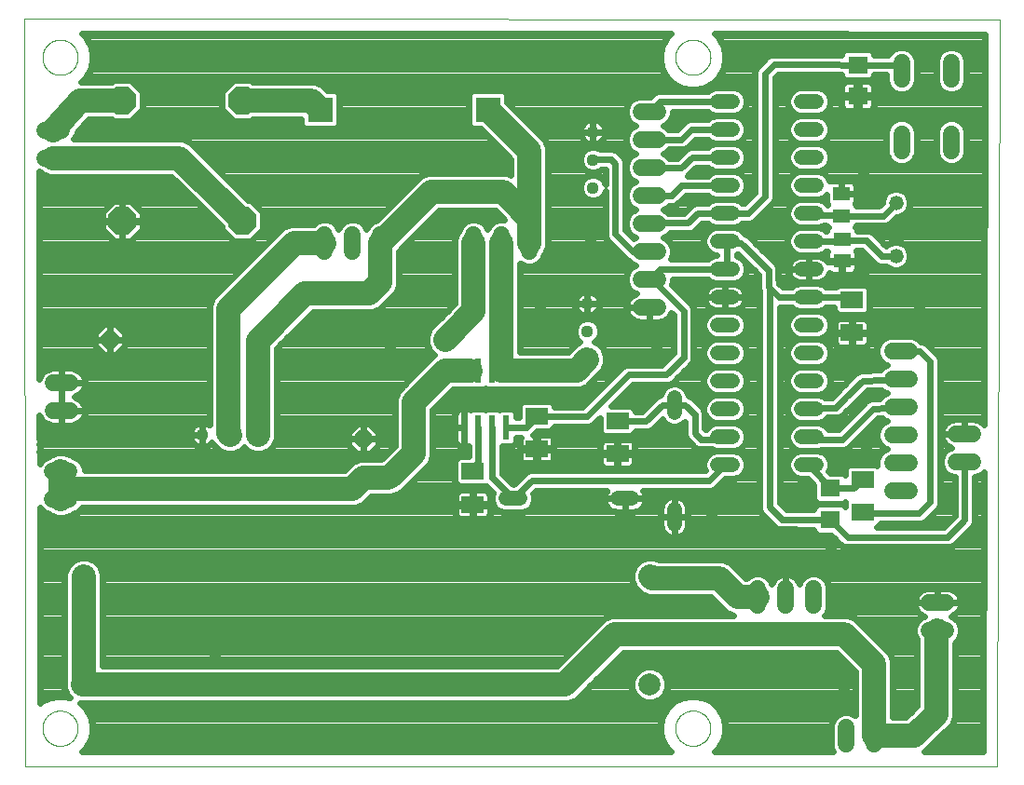
<source format=gtl>
G75*
%MOIN*%
%OFA0B0*%
%FSLAX25Y25*%
%IPPOS*%
%LPD*%
%AMOC8*
5,1,8,0,0,1.08239X$1,22.5*
%
%ADD10C,0.00000*%
%ADD11OC8,0.10000*%
%ADD12OC8,0.06300*%
%ADD13C,0.06300*%
%ADD14R,0.07874X0.05906*%
%ADD15C,0.05200*%
%ADD16R,0.02362X0.08661*%
%ADD17C,0.04400*%
%ADD18C,0.06000*%
%ADD19OC8,0.06496*%
%ADD20R,0.09000X0.09000*%
%ADD21C,0.05200*%
%ADD22R,0.07098X0.06299*%
%ADD23R,0.06299X0.05118*%
%ADD24C,0.07874*%
%ADD25C,0.02400*%
%ADD26R,0.03962X0.03962*%
%ADD27C,0.08600*%
D10*
X0009437Y0010864D02*
X0009018Y0278402D01*
X0357866Y0278127D01*
X0357069Y0010903D01*
X0009437Y0010864D01*
X0015471Y0024473D02*
X0015473Y0024631D01*
X0015479Y0024789D01*
X0015489Y0024947D01*
X0015503Y0025105D01*
X0015521Y0025262D01*
X0015542Y0025419D01*
X0015568Y0025575D01*
X0015598Y0025731D01*
X0015631Y0025886D01*
X0015669Y0026039D01*
X0015710Y0026192D01*
X0015755Y0026344D01*
X0015804Y0026495D01*
X0015857Y0026644D01*
X0015913Y0026792D01*
X0015973Y0026938D01*
X0016037Y0027083D01*
X0016105Y0027226D01*
X0016176Y0027368D01*
X0016250Y0027508D01*
X0016328Y0027645D01*
X0016410Y0027781D01*
X0016494Y0027915D01*
X0016583Y0028046D01*
X0016674Y0028175D01*
X0016769Y0028302D01*
X0016866Y0028427D01*
X0016967Y0028549D01*
X0017071Y0028668D01*
X0017178Y0028785D01*
X0017288Y0028899D01*
X0017401Y0029010D01*
X0017516Y0029119D01*
X0017634Y0029224D01*
X0017755Y0029326D01*
X0017878Y0029426D01*
X0018004Y0029522D01*
X0018132Y0029615D01*
X0018262Y0029705D01*
X0018395Y0029791D01*
X0018530Y0029875D01*
X0018666Y0029954D01*
X0018805Y0030031D01*
X0018946Y0030103D01*
X0019088Y0030173D01*
X0019232Y0030238D01*
X0019378Y0030300D01*
X0019525Y0030358D01*
X0019674Y0030413D01*
X0019824Y0030464D01*
X0019975Y0030511D01*
X0020127Y0030554D01*
X0020280Y0030593D01*
X0020435Y0030629D01*
X0020590Y0030660D01*
X0020746Y0030688D01*
X0020902Y0030712D01*
X0021059Y0030732D01*
X0021217Y0030748D01*
X0021374Y0030760D01*
X0021533Y0030768D01*
X0021691Y0030772D01*
X0021849Y0030772D01*
X0022007Y0030768D01*
X0022166Y0030760D01*
X0022323Y0030748D01*
X0022481Y0030732D01*
X0022638Y0030712D01*
X0022794Y0030688D01*
X0022950Y0030660D01*
X0023105Y0030629D01*
X0023260Y0030593D01*
X0023413Y0030554D01*
X0023565Y0030511D01*
X0023716Y0030464D01*
X0023866Y0030413D01*
X0024015Y0030358D01*
X0024162Y0030300D01*
X0024308Y0030238D01*
X0024452Y0030173D01*
X0024594Y0030103D01*
X0024735Y0030031D01*
X0024874Y0029954D01*
X0025010Y0029875D01*
X0025145Y0029791D01*
X0025278Y0029705D01*
X0025408Y0029615D01*
X0025536Y0029522D01*
X0025662Y0029426D01*
X0025785Y0029326D01*
X0025906Y0029224D01*
X0026024Y0029119D01*
X0026139Y0029010D01*
X0026252Y0028899D01*
X0026362Y0028785D01*
X0026469Y0028668D01*
X0026573Y0028549D01*
X0026674Y0028427D01*
X0026771Y0028302D01*
X0026866Y0028175D01*
X0026957Y0028046D01*
X0027046Y0027915D01*
X0027130Y0027781D01*
X0027212Y0027645D01*
X0027290Y0027508D01*
X0027364Y0027368D01*
X0027435Y0027226D01*
X0027503Y0027083D01*
X0027567Y0026938D01*
X0027627Y0026792D01*
X0027683Y0026644D01*
X0027736Y0026495D01*
X0027785Y0026344D01*
X0027830Y0026192D01*
X0027871Y0026039D01*
X0027909Y0025886D01*
X0027942Y0025731D01*
X0027972Y0025575D01*
X0027998Y0025419D01*
X0028019Y0025262D01*
X0028037Y0025105D01*
X0028051Y0024947D01*
X0028061Y0024789D01*
X0028067Y0024631D01*
X0028069Y0024473D01*
X0028067Y0024315D01*
X0028061Y0024157D01*
X0028051Y0023999D01*
X0028037Y0023841D01*
X0028019Y0023684D01*
X0027998Y0023527D01*
X0027972Y0023371D01*
X0027942Y0023215D01*
X0027909Y0023060D01*
X0027871Y0022907D01*
X0027830Y0022754D01*
X0027785Y0022602D01*
X0027736Y0022451D01*
X0027683Y0022302D01*
X0027627Y0022154D01*
X0027567Y0022008D01*
X0027503Y0021863D01*
X0027435Y0021720D01*
X0027364Y0021578D01*
X0027290Y0021438D01*
X0027212Y0021301D01*
X0027130Y0021165D01*
X0027046Y0021031D01*
X0026957Y0020900D01*
X0026866Y0020771D01*
X0026771Y0020644D01*
X0026674Y0020519D01*
X0026573Y0020397D01*
X0026469Y0020278D01*
X0026362Y0020161D01*
X0026252Y0020047D01*
X0026139Y0019936D01*
X0026024Y0019827D01*
X0025906Y0019722D01*
X0025785Y0019620D01*
X0025662Y0019520D01*
X0025536Y0019424D01*
X0025408Y0019331D01*
X0025278Y0019241D01*
X0025145Y0019155D01*
X0025010Y0019071D01*
X0024874Y0018992D01*
X0024735Y0018915D01*
X0024594Y0018843D01*
X0024452Y0018773D01*
X0024308Y0018708D01*
X0024162Y0018646D01*
X0024015Y0018588D01*
X0023866Y0018533D01*
X0023716Y0018482D01*
X0023565Y0018435D01*
X0023413Y0018392D01*
X0023260Y0018353D01*
X0023105Y0018317D01*
X0022950Y0018286D01*
X0022794Y0018258D01*
X0022638Y0018234D01*
X0022481Y0018214D01*
X0022323Y0018198D01*
X0022166Y0018186D01*
X0022007Y0018178D01*
X0021849Y0018174D01*
X0021691Y0018174D01*
X0021533Y0018178D01*
X0021374Y0018186D01*
X0021217Y0018198D01*
X0021059Y0018214D01*
X0020902Y0018234D01*
X0020746Y0018258D01*
X0020590Y0018286D01*
X0020435Y0018317D01*
X0020280Y0018353D01*
X0020127Y0018392D01*
X0019975Y0018435D01*
X0019824Y0018482D01*
X0019674Y0018533D01*
X0019525Y0018588D01*
X0019378Y0018646D01*
X0019232Y0018708D01*
X0019088Y0018773D01*
X0018946Y0018843D01*
X0018805Y0018915D01*
X0018666Y0018992D01*
X0018530Y0019071D01*
X0018395Y0019155D01*
X0018262Y0019241D01*
X0018132Y0019331D01*
X0018004Y0019424D01*
X0017878Y0019520D01*
X0017755Y0019620D01*
X0017634Y0019722D01*
X0017516Y0019827D01*
X0017401Y0019936D01*
X0017288Y0020047D01*
X0017178Y0020161D01*
X0017071Y0020278D01*
X0016967Y0020397D01*
X0016866Y0020519D01*
X0016769Y0020644D01*
X0016674Y0020771D01*
X0016583Y0020900D01*
X0016494Y0021031D01*
X0016410Y0021165D01*
X0016328Y0021301D01*
X0016250Y0021438D01*
X0016176Y0021578D01*
X0016105Y0021720D01*
X0016037Y0021863D01*
X0015973Y0022008D01*
X0015913Y0022154D01*
X0015857Y0022302D01*
X0015804Y0022451D01*
X0015755Y0022602D01*
X0015710Y0022754D01*
X0015669Y0022907D01*
X0015631Y0023060D01*
X0015598Y0023215D01*
X0015568Y0023371D01*
X0015542Y0023527D01*
X0015521Y0023684D01*
X0015503Y0023841D01*
X0015489Y0023999D01*
X0015479Y0024157D01*
X0015473Y0024315D01*
X0015471Y0024473D01*
X0241850Y0024489D02*
X0241852Y0024647D01*
X0241858Y0024805D01*
X0241868Y0024963D01*
X0241882Y0025121D01*
X0241900Y0025278D01*
X0241921Y0025435D01*
X0241947Y0025591D01*
X0241977Y0025747D01*
X0242010Y0025902D01*
X0242048Y0026055D01*
X0242089Y0026208D01*
X0242134Y0026360D01*
X0242183Y0026511D01*
X0242236Y0026660D01*
X0242292Y0026808D01*
X0242352Y0026954D01*
X0242416Y0027099D01*
X0242484Y0027242D01*
X0242555Y0027384D01*
X0242629Y0027524D01*
X0242707Y0027661D01*
X0242789Y0027797D01*
X0242873Y0027931D01*
X0242962Y0028062D01*
X0243053Y0028191D01*
X0243148Y0028318D01*
X0243245Y0028443D01*
X0243346Y0028565D01*
X0243450Y0028684D01*
X0243557Y0028801D01*
X0243667Y0028915D01*
X0243780Y0029026D01*
X0243895Y0029135D01*
X0244013Y0029240D01*
X0244134Y0029342D01*
X0244257Y0029442D01*
X0244383Y0029538D01*
X0244511Y0029631D01*
X0244641Y0029721D01*
X0244774Y0029807D01*
X0244909Y0029891D01*
X0245045Y0029970D01*
X0245184Y0030047D01*
X0245325Y0030119D01*
X0245467Y0030189D01*
X0245611Y0030254D01*
X0245757Y0030316D01*
X0245904Y0030374D01*
X0246053Y0030429D01*
X0246203Y0030480D01*
X0246354Y0030527D01*
X0246506Y0030570D01*
X0246659Y0030609D01*
X0246814Y0030645D01*
X0246969Y0030676D01*
X0247125Y0030704D01*
X0247281Y0030728D01*
X0247438Y0030748D01*
X0247596Y0030764D01*
X0247753Y0030776D01*
X0247912Y0030784D01*
X0248070Y0030788D01*
X0248228Y0030788D01*
X0248386Y0030784D01*
X0248545Y0030776D01*
X0248702Y0030764D01*
X0248860Y0030748D01*
X0249017Y0030728D01*
X0249173Y0030704D01*
X0249329Y0030676D01*
X0249484Y0030645D01*
X0249639Y0030609D01*
X0249792Y0030570D01*
X0249944Y0030527D01*
X0250095Y0030480D01*
X0250245Y0030429D01*
X0250394Y0030374D01*
X0250541Y0030316D01*
X0250687Y0030254D01*
X0250831Y0030189D01*
X0250973Y0030119D01*
X0251114Y0030047D01*
X0251253Y0029970D01*
X0251389Y0029891D01*
X0251524Y0029807D01*
X0251657Y0029721D01*
X0251787Y0029631D01*
X0251915Y0029538D01*
X0252041Y0029442D01*
X0252164Y0029342D01*
X0252285Y0029240D01*
X0252403Y0029135D01*
X0252518Y0029026D01*
X0252631Y0028915D01*
X0252741Y0028801D01*
X0252848Y0028684D01*
X0252952Y0028565D01*
X0253053Y0028443D01*
X0253150Y0028318D01*
X0253245Y0028191D01*
X0253336Y0028062D01*
X0253425Y0027931D01*
X0253509Y0027797D01*
X0253591Y0027661D01*
X0253669Y0027524D01*
X0253743Y0027384D01*
X0253814Y0027242D01*
X0253882Y0027099D01*
X0253946Y0026954D01*
X0254006Y0026808D01*
X0254062Y0026660D01*
X0254115Y0026511D01*
X0254164Y0026360D01*
X0254209Y0026208D01*
X0254250Y0026055D01*
X0254288Y0025902D01*
X0254321Y0025747D01*
X0254351Y0025591D01*
X0254377Y0025435D01*
X0254398Y0025278D01*
X0254416Y0025121D01*
X0254430Y0024963D01*
X0254440Y0024805D01*
X0254446Y0024647D01*
X0254448Y0024489D01*
X0254446Y0024331D01*
X0254440Y0024173D01*
X0254430Y0024015D01*
X0254416Y0023857D01*
X0254398Y0023700D01*
X0254377Y0023543D01*
X0254351Y0023387D01*
X0254321Y0023231D01*
X0254288Y0023076D01*
X0254250Y0022923D01*
X0254209Y0022770D01*
X0254164Y0022618D01*
X0254115Y0022467D01*
X0254062Y0022318D01*
X0254006Y0022170D01*
X0253946Y0022024D01*
X0253882Y0021879D01*
X0253814Y0021736D01*
X0253743Y0021594D01*
X0253669Y0021454D01*
X0253591Y0021317D01*
X0253509Y0021181D01*
X0253425Y0021047D01*
X0253336Y0020916D01*
X0253245Y0020787D01*
X0253150Y0020660D01*
X0253053Y0020535D01*
X0252952Y0020413D01*
X0252848Y0020294D01*
X0252741Y0020177D01*
X0252631Y0020063D01*
X0252518Y0019952D01*
X0252403Y0019843D01*
X0252285Y0019738D01*
X0252164Y0019636D01*
X0252041Y0019536D01*
X0251915Y0019440D01*
X0251787Y0019347D01*
X0251657Y0019257D01*
X0251524Y0019171D01*
X0251389Y0019087D01*
X0251253Y0019008D01*
X0251114Y0018931D01*
X0250973Y0018859D01*
X0250831Y0018789D01*
X0250687Y0018724D01*
X0250541Y0018662D01*
X0250394Y0018604D01*
X0250245Y0018549D01*
X0250095Y0018498D01*
X0249944Y0018451D01*
X0249792Y0018408D01*
X0249639Y0018369D01*
X0249484Y0018333D01*
X0249329Y0018302D01*
X0249173Y0018274D01*
X0249017Y0018250D01*
X0248860Y0018230D01*
X0248702Y0018214D01*
X0248545Y0018202D01*
X0248386Y0018194D01*
X0248228Y0018190D01*
X0248070Y0018190D01*
X0247912Y0018194D01*
X0247753Y0018202D01*
X0247596Y0018214D01*
X0247438Y0018230D01*
X0247281Y0018250D01*
X0247125Y0018274D01*
X0246969Y0018302D01*
X0246814Y0018333D01*
X0246659Y0018369D01*
X0246506Y0018408D01*
X0246354Y0018451D01*
X0246203Y0018498D01*
X0246053Y0018549D01*
X0245904Y0018604D01*
X0245757Y0018662D01*
X0245611Y0018724D01*
X0245467Y0018789D01*
X0245325Y0018859D01*
X0245184Y0018931D01*
X0245045Y0019008D01*
X0244909Y0019087D01*
X0244774Y0019171D01*
X0244641Y0019257D01*
X0244511Y0019347D01*
X0244383Y0019440D01*
X0244257Y0019536D01*
X0244134Y0019636D01*
X0244013Y0019738D01*
X0243895Y0019843D01*
X0243780Y0019952D01*
X0243667Y0020063D01*
X0243557Y0020177D01*
X0243450Y0020294D01*
X0243346Y0020413D01*
X0243245Y0020535D01*
X0243148Y0020660D01*
X0243053Y0020787D01*
X0242962Y0020916D01*
X0242873Y0021047D01*
X0242789Y0021181D01*
X0242707Y0021317D01*
X0242629Y0021454D01*
X0242555Y0021594D01*
X0242484Y0021736D01*
X0242416Y0021879D01*
X0242352Y0022024D01*
X0242292Y0022170D01*
X0242236Y0022318D01*
X0242183Y0022467D01*
X0242134Y0022618D01*
X0242089Y0022770D01*
X0242048Y0022923D01*
X0242010Y0023076D01*
X0241977Y0023231D01*
X0241947Y0023387D01*
X0241921Y0023543D01*
X0241900Y0023700D01*
X0241882Y0023857D01*
X0241868Y0024015D01*
X0241858Y0024173D01*
X0241852Y0024331D01*
X0241850Y0024489D01*
X0241864Y0264658D02*
X0241866Y0264816D01*
X0241872Y0264974D01*
X0241882Y0265132D01*
X0241896Y0265290D01*
X0241914Y0265447D01*
X0241935Y0265604D01*
X0241961Y0265760D01*
X0241991Y0265916D01*
X0242024Y0266071D01*
X0242062Y0266224D01*
X0242103Y0266377D01*
X0242148Y0266529D01*
X0242197Y0266680D01*
X0242250Y0266829D01*
X0242306Y0266977D01*
X0242366Y0267123D01*
X0242430Y0267268D01*
X0242498Y0267411D01*
X0242569Y0267553D01*
X0242643Y0267693D01*
X0242721Y0267830D01*
X0242803Y0267966D01*
X0242887Y0268100D01*
X0242976Y0268231D01*
X0243067Y0268360D01*
X0243162Y0268487D01*
X0243259Y0268612D01*
X0243360Y0268734D01*
X0243464Y0268853D01*
X0243571Y0268970D01*
X0243681Y0269084D01*
X0243794Y0269195D01*
X0243909Y0269304D01*
X0244027Y0269409D01*
X0244148Y0269511D01*
X0244271Y0269611D01*
X0244397Y0269707D01*
X0244525Y0269800D01*
X0244655Y0269890D01*
X0244788Y0269976D01*
X0244923Y0270060D01*
X0245059Y0270139D01*
X0245198Y0270216D01*
X0245339Y0270288D01*
X0245481Y0270358D01*
X0245625Y0270423D01*
X0245771Y0270485D01*
X0245918Y0270543D01*
X0246067Y0270598D01*
X0246217Y0270649D01*
X0246368Y0270696D01*
X0246520Y0270739D01*
X0246673Y0270778D01*
X0246828Y0270814D01*
X0246983Y0270845D01*
X0247139Y0270873D01*
X0247295Y0270897D01*
X0247452Y0270917D01*
X0247610Y0270933D01*
X0247767Y0270945D01*
X0247926Y0270953D01*
X0248084Y0270957D01*
X0248242Y0270957D01*
X0248400Y0270953D01*
X0248559Y0270945D01*
X0248716Y0270933D01*
X0248874Y0270917D01*
X0249031Y0270897D01*
X0249187Y0270873D01*
X0249343Y0270845D01*
X0249498Y0270814D01*
X0249653Y0270778D01*
X0249806Y0270739D01*
X0249958Y0270696D01*
X0250109Y0270649D01*
X0250259Y0270598D01*
X0250408Y0270543D01*
X0250555Y0270485D01*
X0250701Y0270423D01*
X0250845Y0270358D01*
X0250987Y0270288D01*
X0251128Y0270216D01*
X0251267Y0270139D01*
X0251403Y0270060D01*
X0251538Y0269976D01*
X0251671Y0269890D01*
X0251801Y0269800D01*
X0251929Y0269707D01*
X0252055Y0269611D01*
X0252178Y0269511D01*
X0252299Y0269409D01*
X0252417Y0269304D01*
X0252532Y0269195D01*
X0252645Y0269084D01*
X0252755Y0268970D01*
X0252862Y0268853D01*
X0252966Y0268734D01*
X0253067Y0268612D01*
X0253164Y0268487D01*
X0253259Y0268360D01*
X0253350Y0268231D01*
X0253439Y0268100D01*
X0253523Y0267966D01*
X0253605Y0267830D01*
X0253683Y0267693D01*
X0253757Y0267553D01*
X0253828Y0267411D01*
X0253896Y0267268D01*
X0253960Y0267123D01*
X0254020Y0266977D01*
X0254076Y0266829D01*
X0254129Y0266680D01*
X0254178Y0266529D01*
X0254223Y0266377D01*
X0254264Y0266224D01*
X0254302Y0266071D01*
X0254335Y0265916D01*
X0254365Y0265760D01*
X0254391Y0265604D01*
X0254412Y0265447D01*
X0254430Y0265290D01*
X0254444Y0265132D01*
X0254454Y0264974D01*
X0254460Y0264816D01*
X0254462Y0264658D01*
X0254460Y0264500D01*
X0254454Y0264342D01*
X0254444Y0264184D01*
X0254430Y0264026D01*
X0254412Y0263869D01*
X0254391Y0263712D01*
X0254365Y0263556D01*
X0254335Y0263400D01*
X0254302Y0263245D01*
X0254264Y0263092D01*
X0254223Y0262939D01*
X0254178Y0262787D01*
X0254129Y0262636D01*
X0254076Y0262487D01*
X0254020Y0262339D01*
X0253960Y0262193D01*
X0253896Y0262048D01*
X0253828Y0261905D01*
X0253757Y0261763D01*
X0253683Y0261623D01*
X0253605Y0261486D01*
X0253523Y0261350D01*
X0253439Y0261216D01*
X0253350Y0261085D01*
X0253259Y0260956D01*
X0253164Y0260829D01*
X0253067Y0260704D01*
X0252966Y0260582D01*
X0252862Y0260463D01*
X0252755Y0260346D01*
X0252645Y0260232D01*
X0252532Y0260121D01*
X0252417Y0260012D01*
X0252299Y0259907D01*
X0252178Y0259805D01*
X0252055Y0259705D01*
X0251929Y0259609D01*
X0251801Y0259516D01*
X0251671Y0259426D01*
X0251538Y0259340D01*
X0251403Y0259256D01*
X0251267Y0259177D01*
X0251128Y0259100D01*
X0250987Y0259028D01*
X0250845Y0258958D01*
X0250701Y0258893D01*
X0250555Y0258831D01*
X0250408Y0258773D01*
X0250259Y0258718D01*
X0250109Y0258667D01*
X0249958Y0258620D01*
X0249806Y0258577D01*
X0249653Y0258538D01*
X0249498Y0258502D01*
X0249343Y0258471D01*
X0249187Y0258443D01*
X0249031Y0258419D01*
X0248874Y0258399D01*
X0248716Y0258383D01*
X0248559Y0258371D01*
X0248400Y0258363D01*
X0248242Y0258359D01*
X0248084Y0258359D01*
X0247926Y0258363D01*
X0247767Y0258371D01*
X0247610Y0258383D01*
X0247452Y0258399D01*
X0247295Y0258419D01*
X0247139Y0258443D01*
X0246983Y0258471D01*
X0246828Y0258502D01*
X0246673Y0258538D01*
X0246520Y0258577D01*
X0246368Y0258620D01*
X0246217Y0258667D01*
X0246067Y0258718D01*
X0245918Y0258773D01*
X0245771Y0258831D01*
X0245625Y0258893D01*
X0245481Y0258958D01*
X0245339Y0259028D01*
X0245198Y0259100D01*
X0245059Y0259177D01*
X0244923Y0259256D01*
X0244788Y0259340D01*
X0244655Y0259426D01*
X0244525Y0259516D01*
X0244397Y0259609D01*
X0244271Y0259705D01*
X0244148Y0259805D01*
X0244027Y0259907D01*
X0243909Y0260012D01*
X0243794Y0260121D01*
X0243681Y0260232D01*
X0243571Y0260346D01*
X0243464Y0260463D01*
X0243360Y0260582D01*
X0243259Y0260704D01*
X0243162Y0260829D01*
X0243067Y0260956D01*
X0242976Y0261085D01*
X0242887Y0261216D01*
X0242803Y0261350D01*
X0242721Y0261486D01*
X0242643Y0261623D01*
X0242569Y0261763D01*
X0242498Y0261905D01*
X0242430Y0262048D01*
X0242366Y0262193D01*
X0242306Y0262339D01*
X0242250Y0262487D01*
X0242197Y0262636D01*
X0242148Y0262787D01*
X0242103Y0262939D01*
X0242062Y0263092D01*
X0242024Y0263245D01*
X0241991Y0263400D01*
X0241961Y0263556D01*
X0241935Y0263712D01*
X0241914Y0263869D01*
X0241896Y0264026D01*
X0241882Y0264184D01*
X0241872Y0264342D01*
X0241866Y0264500D01*
X0241864Y0264658D01*
X0015470Y0264644D02*
X0015472Y0264802D01*
X0015478Y0264960D01*
X0015488Y0265118D01*
X0015502Y0265276D01*
X0015520Y0265433D01*
X0015541Y0265590D01*
X0015567Y0265746D01*
X0015597Y0265902D01*
X0015630Y0266057D01*
X0015668Y0266210D01*
X0015709Y0266363D01*
X0015754Y0266515D01*
X0015803Y0266666D01*
X0015856Y0266815D01*
X0015912Y0266963D01*
X0015972Y0267109D01*
X0016036Y0267254D01*
X0016104Y0267397D01*
X0016175Y0267539D01*
X0016249Y0267679D01*
X0016327Y0267816D01*
X0016409Y0267952D01*
X0016493Y0268086D01*
X0016582Y0268217D01*
X0016673Y0268346D01*
X0016768Y0268473D01*
X0016865Y0268598D01*
X0016966Y0268720D01*
X0017070Y0268839D01*
X0017177Y0268956D01*
X0017287Y0269070D01*
X0017400Y0269181D01*
X0017515Y0269290D01*
X0017633Y0269395D01*
X0017754Y0269497D01*
X0017877Y0269597D01*
X0018003Y0269693D01*
X0018131Y0269786D01*
X0018261Y0269876D01*
X0018394Y0269962D01*
X0018529Y0270046D01*
X0018665Y0270125D01*
X0018804Y0270202D01*
X0018945Y0270274D01*
X0019087Y0270344D01*
X0019231Y0270409D01*
X0019377Y0270471D01*
X0019524Y0270529D01*
X0019673Y0270584D01*
X0019823Y0270635D01*
X0019974Y0270682D01*
X0020126Y0270725D01*
X0020279Y0270764D01*
X0020434Y0270800D01*
X0020589Y0270831D01*
X0020745Y0270859D01*
X0020901Y0270883D01*
X0021058Y0270903D01*
X0021216Y0270919D01*
X0021373Y0270931D01*
X0021532Y0270939D01*
X0021690Y0270943D01*
X0021848Y0270943D01*
X0022006Y0270939D01*
X0022165Y0270931D01*
X0022322Y0270919D01*
X0022480Y0270903D01*
X0022637Y0270883D01*
X0022793Y0270859D01*
X0022949Y0270831D01*
X0023104Y0270800D01*
X0023259Y0270764D01*
X0023412Y0270725D01*
X0023564Y0270682D01*
X0023715Y0270635D01*
X0023865Y0270584D01*
X0024014Y0270529D01*
X0024161Y0270471D01*
X0024307Y0270409D01*
X0024451Y0270344D01*
X0024593Y0270274D01*
X0024734Y0270202D01*
X0024873Y0270125D01*
X0025009Y0270046D01*
X0025144Y0269962D01*
X0025277Y0269876D01*
X0025407Y0269786D01*
X0025535Y0269693D01*
X0025661Y0269597D01*
X0025784Y0269497D01*
X0025905Y0269395D01*
X0026023Y0269290D01*
X0026138Y0269181D01*
X0026251Y0269070D01*
X0026361Y0268956D01*
X0026468Y0268839D01*
X0026572Y0268720D01*
X0026673Y0268598D01*
X0026770Y0268473D01*
X0026865Y0268346D01*
X0026956Y0268217D01*
X0027045Y0268086D01*
X0027129Y0267952D01*
X0027211Y0267816D01*
X0027289Y0267679D01*
X0027363Y0267539D01*
X0027434Y0267397D01*
X0027502Y0267254D01*
X0027566Y0267109D01*
X0027626Y0266963D01*
X0027682Y0266815D01*
X0027735Y0266666D01*
X0027784Y0266515D01*
X0027829Y0266363D01*
X0027870Y0266210D01*
X0027908Y0266057D01*
X0027941Y0265902D01*
X0027971Y0265746D01*
X0027997Y0265590D01*
X0028018Y0265433D01*
X0028036Y0265276D01*
X0028050Y0265118D01*
X0028060Y0264960D01*
X0028066Y0264802D01*
X0028068Y0264644D01*
X0028066Y0264486D01*
X0028060Y0264328D01*
X0028050Y0264170D01*
X0028036Y0264012D01*
X0028018Y0263855D01*
X0027997Y0263698D01*
X0027971Y0263542D01*
X0027941Y0263386D01*
X0027908Y0263231D01*
X0027870Y0263078D01*
X0027829Y0262925D01*
X0027784Y0262773D01*
X0027735Y0262622D01*
X0027682Y0262473D01*
X0027626Y0262325D01*
X0027566Y0262179D01*
X0027502Y0262034D01*
X0027434Y0261891D01*
X0027363Y0261749D01*
X0027289Y0261609D01*
X0027211Y0261472D01*
X0027129Y0261336D01*
X0027045Y0261202D01*
X0026956Y0261071D01*
X0026865Y0260942D01*
X0026770Y0260815D01*
X0026673Y0260690D01*
X0026572Y0260568D01*
X0026468Y0260449D01*
X0026361Y0260332D01*
X0026251Y0260218D01*
X0026138Y0260107D01*
X0026023Y0259998D01*
X0025905Y0259893D01*
X0025784Y0259791D01*
X0025661Y0259691D01*
X0025535Y0259595D01*
X0025407Y0259502D01*
X0025277Y0259412D01*
X0025144Y0259326D01*
X0025009Y0259242D01*
X0024873Y0259163D01*
X0024734Y0259086D01*
X0024593Y0259014D01*
X0024451Y0258944D01*
X0024307Y0258879D01*
X0024161Y0258817D01*
X0024014Y0258759D01*
X0023865Y0258704D01*
X0023715Y0258653D01*
X0023564Y0258606D01*
X0023412Y0258563D01*
X0023259Y0258524D01*
X0023104Y0258488D01*
X0022949Y0258457D01*
X0022793Y0258429D01*
X0022637Y0258405D01*
X0022480Y0258385D01*
X0022322Y0258369D01*
X0022165Y0258357D01*
X0022006Y0258349D01*
X0021848Y0258345D01*
X0021690Y0258345D01*
X0021532Y0258349D01*
X0021373Y0258357D01*
X0021216Y0258369D01*
X0021058Y0258385D01*
X0020901Y0258405D01*
X0020745Y0258429D01*
X0020589Y0258457D01*
X0020434Y0258488D01*
X0020279Y0258524D01*
X0020126Y0258563D01*
X0019974Y0258606D01*
X0019823Y0258653D01*
X0019673Y0258704D01*
X0019524Y0258759D01*
X0019377Y0258817D01*
X0019231Y0258879D01*
X0019087Y0258944D01*
X0018945Y0259014D01*
X0018804Y0259086D01*
X0018665Y0259163D01*
X0018529Y0259242D01*
X0018394Y0259326D01*
X0018261Y0259412D01*
X0018131Y0259502D01*
X0018003Y0259595D01*
X0017877Y0259691D01*
X0017754Y0259791D01*
X0017633Y0259893D01*
X0017515Y0259998D01*
X0017400Y0260107D01*
X0017287Y0260218D01*
X0017177Y0260332D01*
X0017070Y0260449D01*
X0016966Y0260568D01*
X0016865Y0260690D01*
X0016768Y0260815D01*
X0016673Y0260942D01*
X0016582Y0261071D01*
X0016493Y0261202D01*
X0016409Y0261336D01*
X0016327Y0261472D01*
X0016249Y0261609D01*
X0016175Y0261749D01*
X0016104Y0261891D01*
X0016036Y0262034D01*
X0015972Y0262179D01*
X0015912Y0262325D01*
X0015856Y0262473D01*
X0015803Y0262622D01*
X0015754Y0262773D01*
X0015709Y0262925D01*
X0015668Y0263078D01*
X0015630Y0263231D01*
X0015597Y0263386D01*
X0015567Y0263542D01*
X0015541Y0263698D01*
X0015520Y0263855D01*
X0015502Y0264012D01*
X0015488Y0264170D01*
X0015478Y0264328D01*
X0015472Y0264486D01*
X0015470Y0264644D01*
D11*
X0044007Y0249099D03*
X0087007Y0249099D03*
X0087007Y0206099D03*
X0044007Y0206099D03*
D12*
X0130303Y0128108D03*
D13*
X0130303Y0114108D03*
D14*
X0169424Y0116348D03*
X0169424Y0104537D03*
X0192300Y0124507D03*
X0192300Y0136318D03*
X0221183Y0134574D03*
X0221183Y0122763D03*
X0305082Y0166008D03*
X0305082Y0177819D03*
X0308911Y0113531D03*
X0308911Y0101720D03*
D15*
X0292273Y0118831D02*
X0287073Y0118831D01*
X0287073Y0128831D02*
X0292273Y0128831D01*
X0292273Y0138831D02*
X0287073Y0138831D01*
X0287073Y0148831D02*
X0292273Y0148831D01*
X0292273Y0158831D02*
X0287073Y0158831D01*
X0287073Y0168831D02*
X0292273Y0168831D01*
X0292273Y0178831D02*
X0287073Y0178831D01*
X0287073Y0188831D02*
X0292273Y0188831D01*
X0292273Y0198831D02*
X0287073Y0198831D01*
X0287073Y0208831D02*
X0292273Y0208831D01*
X0292273Y0218831D02*
X0287073Y0218831D01*
X0287073Y0228831D02*
X0292273Y0228831D01*
X0292273Y0238831D02*
X0287073Y0238831D01*
X0287073Y0248831D02*
X0292273Y0248831D01*
X0262273Y0248831D02*
X0257073Y0248831D01*
X0257073Y0238831D02*
X0262273Y0238831D01*
X0262273Y0228831D02*
X0257073Y0228831D01*
X0257073Y0218831D02*
X0262273Y0218831D01*
X0262273Y0208831D02*
X0257073Y0208831D01*
X0257073Y0198831D02*
X0262273Y0198831D01*
X0262273Y0188831D02*
X0257073Y0188831D01*
X0257073Y0178831D02*
X0262273Y0178831D01*
X0262273Y0168831D02*
X0257073Y0168831D01*
X0257073Y0158831D02*
X0262273Y0158831D01*
X0262273Y0148831D02*
X0257073Y0148831D01*
X0257073Y0138831D02*
X0262273Y0138831D01*
X0262273Y0128831D02*
X0257073Y0128831D01*
X0257073Y0118831D02*
X0262273Y0118831D01*
X0241514Y0102775D02*
X0241514Y0097575D01*
X0226433Y0106727D02*
X0221233Y0106727D01*
X0186433Y0106727D02*
X0181233Y0106727D01*
X0241514Y0137575D02*
X0241514Y0142775D01*
D16*
X0181449Y0152632D03*
X0176449Y0152632D03*
X0171449Y0152632D03*
X0166449Y0152632D03*
X0166449Y0132159D03*
X0171449Y0132159D03*
X0176449Y0132159D03*
X0181449Y0132159D03*
D17*
X0210406Y0156569D03*
X0210406Y0166569D03*
X0210406Y0176569D03*
X0212400Y0217999D03*
X0212400Y0227999D03*
X0212400Y0237999D03*
X0092558Y0129548D03*
X0082558Y0129548D03*
X0072558Y0129548D03*
D18*
X0025408Y0138177D02*
X0019408Y0138177D01*
X0019408Y0148177D02*
X0025408Y0148177D01*
X0025120Y0116447D02*
X0019120Y0116447D01*
X0019120Y0106447D02*
X0025120Y0106447D01*
X0116435Y0195268D02*
X0116435Y0201268D01*
X0126435Y0201268D02*
X0126435Y0195268D01*
X0136435Y0195268D02*
X0136435Y0201268D01*
X0169702Y0201268D02*
X0169702Y0195268D01*
X0179702Y0195268D02*
X0179702Y0201268D01*
X0189702Y0201268D02*
X0189702Y0195268D01*
X0229557Y0195130D02*
X0235557Y0195130D01*
X0235557Y0185130D02*
X0229557Y0185130D01*
X0229557Y0175130D02*
X0235557Y0175130D01*
X0235557Y0205130D02*
X0229557Y0205130D01*
X0229557Y0215130D02*
X0235557Y0215130D01*
X0235557Y0225130D02*
X0229557Y0225130D01*
X0229557Y0235130D02*
X0235557Y0235130D01*
X0235557Y0245130D02*
X0229557Y0245130D01*
X0322835Y0237294D02*
X0322835Y0231294D01*
X0340635Y0231294D02*
X0340635Y0237294D01*
X0340635Y0256894D02*
X0340635Y0262894D01*
X0322835Y0262894D02*
X0322835Y0256894D01*
X0325492Y0159405D02*
X0319492Y0159405D01*
X0319492Y0149405D02*
X0325492Y0149405D01*
X0325492Y0139405D02*
X0319492Y0139405D01*
X0319492Y0129405D02*
X0325492Y0129405D01*
X0325492Y0119405D02*
X0319492Y0119405D01*
X0319492Y0109405D02*
X0325492Y0109405D01*
X0342258Y0119859D02*
X0348258Y0119859D01*
X0348258Y0129859D02*
X0342258Y0129859D01*
X0291312Y0074394D02*
X0291312Y0068394D01*
X0281312Y0068394D02*
X0281312Y0074394D01*
X0271312Y0074394D02*
X0271312Y0068394D01*
X0303064Y0024675D02*
X0303064Y0018675D01*
X0313064Y0018675D02*
X0313064Y0024675D01*
X0332731Y0059455D02*
X0338731Y0059455D01*
X0338731Y0069455D02*
X0332731Y0069455D01*
X0022444Y0228662D02*
X0016444Y0228662D01*
X0016444Y0238662D02*
X0022444Y0238662D01*
D19*
X0039635Y0163609D03*
X0159635Y0163609D03*
D20*
X0174838Y0245906D03*
X0114838Y0245906D03*
D21*
X0320797Y0212581D03*
X0320797Y0193581D03*
D22*
X0307165Y0250789D03*
X0307165Y0261985D03*
X0297333Y0110387D03*
X0297333Y0099191D03*
D23*
X0301473Y0191736D03*
X0301473Y0199610D03*
X0301242Y0207983D03*
X0301242Y0215857D03*
D24*
X0232814Y0078865D03*
X0232717Y0040218D03*
X0030039Y0040218D03*
X0030137Y0078865D03*
D25*
X0036708Y0080459D02*
X0226243Y0080459D01*
X0226133Y0080194D02*
X0226133Y0077537D01*
X0227150Y0075081D01*
X0229863Y0072368D01*
X0232319Y0071351D01*
X0254769Y0071351D01*
X0260390Y0065730D01*
X0262560Y0064831D01*
X0219042Y0064831D01*
X0216587Y0063814D01*
X0214707Y0061934D01*
X0199672Y0046899D01*
X0036818Y0046899D01*
X0036818Y0080194D01*
X0035801Y0082650D01*
X0033921Y0084529D01*
X0031466Y0085547D01*
X0028808Y0085547D01*
X0026352Y0084529D01*
X0024473Y0082650D01*
X0023456Y0080194D01*
X0023456Y0041782D01*
X0023358Y0041547D01*
X0023358Y0038889D01*
X0024375Y0036434D01*
X0025406Y0035404D01*
X0023284Y0035972D01*
X0020256Y0035972D01*
X0017331Y0035188D01*
X0014709Y0033674D01*
X0014602Y0033567D01*
X0014492Y0103560D01*
X0014558Y0103399D01*
X0016072Y0101885D01*
X0018050Y0101066D01*
X0018053Y0101066D01*
X0018336Y0100783D01*
X0020791Y0099766D01*
X0023449Y0099766D01*
X0025905Y0100783D01*
X0026188Y0101066D01*
X0026191Y0101066D01*
X0028168Y0101885D01*
X0029652Y0103369D01*
X0029887Y0103368D01*
X0029909Y0103358D01*
X0031214Y0103358D01*
X0032521Y0103350D01*
X0032543Y0103358D01*
X0127564Y0103358D01*
X0130020Y0104376D01*
X0133018Y0107374D01*
X0140441Y0107374D01*
X0142896Y0108391D01*
X0143405Y0108900D01*
X0144077Y0109179D01*
X0145957Y0111058D01*
X0153831Y0118932D01*
X0154848Y0121388D01*
X0154848Y0138414D01*
X0162384Y0145951D01*
X0164251Y0145951D01*
X0164281Y0145920D01*
X0167147Y0145920D01*
X0167153Y0145918D01*
X0169811Y0145918D01*
X0169816Y0145920D01*
X0173616Y0145920D01*
X0173949Y0146252D01*
X0174281Y0145920D01*
X0178171Y0145920D01*
X0178176Y0145918D01*
X0180834Y0145918D01*
X0180840Y0145920D01*
X0180983Y0145920D01*
X0181509Y0145820D01*
X0181989Y0145920D01*
X0183616Y0145920D01*
X0183647Y0145951D01*
X0207797Y0145951D01*
X0210253Y0146968D01*
X0216069Y0152784D01*
X0217087Y0155240D01*
X0217087Y0157898D01*
X0216069Y0160353D01*
X0214190Y0162233D01*
X0213029Y0162714D01*
X0214289Y0163974D01*
X0214987Y0165657D01*
X0214987Y0167480D01*
X0214289Y0169164D01*
X0213001Y0170452D01*
X0211317Y0171150D01*
X0209494Y0171150D01*
X0207811Y0170452D01*
X0206522Y0169164D01*
X0205824Y0167480D01*
X0205824Y0165657D01*
X0206522Y0163974D01*
X0207782Y0162714D01*
X0206621Y0162233D01*
X0203701Y0159313D01*
X0186186Y0159313D01*
X0186186Y0160349D01*
X0186334Y0164340D01*
X0186384Y0164458D01*
X0186384Y0165663D01*
X0186428Y0166868D01*
X0186384Y0166988D01*
X0186384Y0190977D01*
X0186654Y0190706D01*
X0188632Y0189887D01*
X0190773Y0189887D01*
X0192751Y0190706D01*
X0194264Y0192220D01*
X0195084Y0194198D01*
X0195084Y0194201D01*
X0195366Y0194483D01*
X0196384Y0196939D01*
X0196384Y0232370D01*
X0195366Y0234825D01*
X0181719Y0248473D01*
X0181719Y0251392D01*
X0180324Y0252787D01*
X0169351Y0252787D01*
X0167957Y0251392D01*
X0167957Y0240419D01*
X0169351Y0239025D01*
X0172270Y0239025D01*
X0183021Y0228273D01*
X0183021Y0222479D01*
X0181622Y0223059D01*
X0153216Y0223059D01*
X0150760Y0222042D01*
X0135367Y0206649D01*
X0135364Y0206649D01*
X0133387Y0205830D01*
X0131873Y0204316D01*
X0131435Y0203258D01*
X0130997Y0204316D01*
X0129483Y0205830D01*
X0127505Y0206649D01*
X0125364Y0206649D01*
X0123387Y0205830D01*
X0121873Y0204316D01*
X0121435Y0203258D01*
X0120997Y0204316D01*
X0119483Y0205830D01*
X0117505Y0206649D01*
X0115364Y0206649D01*
X0113387Y0205830D01*
X0112506Y0204949D01*
X0104161Y0204949D01*
X0101705Y0203932D01*
X0078083Y0180310D01*
X0076204Y0178430D01*
X0075186Y0175975D01*
X0075186Y0133077D01*
X0074864Y0133311D01*
X0074247Y0133625D01*
X0073588Y0133839D01*
X0072904Y0133948D01*
X0072558Y0133948D01*
X0072212Y0133948D01*
X0071528Y0133839D01*
X0070869Y0133625D01*
X0070252Y0133311D01*
X0069692Y0132904D01*
X0069202Y0132414D01*
X0068795Y0131854D01*
X0068480Y0131237D01*
X0068266Y0130578D01*
X0068158Y0129894D01*
X0068158Y0129548D01*
X0072558Y0129548D01*
X0072558Y0133948D01*
X0072558Y0129548D01*
X0072558Y0129548D01*
X0072558Y0129548D01*
X0068158Y0129548D01*
X0068158Y0129201D01*
X0068266Y0128517D01*
X0068480Y0127859D01*
X0068795Y0127242D01*
X0069202Y0126681D01*
X0069692Y0126192D01*
X0070252Y0125784D01*
X0070869Y0125470D01*
X0071528Y0125256D01*
X0072212Y0125148D01*
X0072558Y0125148D01*
X0072904Y0125148D01*
X0073588Y0125256D01*
X0074247Y0125470D01*
X0074864Y0125784D01*
X0075424Y0126192D01*
X0075914Y0126681D01*
X0076038Y0126852D01*
X0076204Y0126454D01*
X0078774Y0123884D01*
X0081229Y0122867D01*
X0083887Y0122867D01*
X0086343Y0123884D01*
X0087558Y0125099D01*
X0088774Y0123884D01*
X0091229Y0122867D01*
X0093887Y0122867D01*
X0096343Y0123884D01*
X0098222Y0125763D01*
X0099239Y0128219D01*
X0099239Y0160522D01*
X0112194Y0173477D01*
X0133590Y0173477D01*
X0136046Y0174494D01*
X0139983Y0178431D01*
X0141862Y0180310D01*
X0142879Y0182766D01*
X0142879Y0195264D01*
X0157312Y0209697D01*
X0177525Y0209697D01*
X0180573Y0206649D01*
X0178632Y0206649D01*
X0176654Y0205830D01*
X0175141Y0204316D01*
X0174702Y0203258D01*
X0174264Y0204316D01*
X0172751Y0205830D01*
X0170773Y0206649D01*
X0168632Y0206649D01*
X0166654Y0205830D01*
X0165141Y0204316D01*
X0164321Y0202338D01*
X0164321Y0202335D01*
X0164039Y0202053D01*
X0163021Y0199597D01*
X0163021Y0176444D01*
X0153971Y0167394D01*
X0152954Y0164938D01*
X0152954Y0162280D01*
X0153971Y0159825D01*
X0155666Y0158130D01*
X0144382Y0146845D01*
X0142503Y0144966D01*
X0141486Y0142510D01*
X0141486Y0125484D01*
X0136787Y0120785D01*
X0136669Y0120736D01*
X0131759Y0120736D01*
X0131632Y0120789D01*
X0128974Y0120789D01*
X0126519Y0119772D01*
X0123468Y0116721D01*
X0031260Y0116721D01*
X0030501Y0116726D01*
X0030501Y0117518D01*
X0029682Y0119495D01*
X0028168Y0121009D01*
X0026191Y0121828D01*
X0026188Y0121828D01*
X0025905Y0122111D01*
X0023449Y0123128D01*
X0020791Y0123128D01*
X0018336Y0122111D01*
X0018053Y0121828D01*
X0018050Y0121828D01*
X0016072Y0121009D01*
X0014558Y0119495D01*
X0014467Y0119275D01*
X0014440Y0136639D01*
X0014589Y0136181D01*
X0014961Y0135451D01*
X0015442Y0134789D01*
X0016021Y0134211D01*
X0016683Y0133729D01*
X0017412Y0133358D01*
X0018190Y0133105D01*
X0018999Y0132977D01*
X0022408Y0132977D01*
X0022408Y0138177D01*
X0022408Y0148177D01*
X0022408Y0153377D01*
X0018999Y0153377D01*
X0018190Y0153249D01*
X0017412Y0152996D01*
X0016683Y0152624D01*
X0016021Y0152143D01*
X0015442Y0151564D01*
X0014961Y0150902D01*
X0014589Y0150173D01*
X0014420Y0149652D01*
X0014304Y0223724D01*
X0015374Y0223281D01*
X0015377Y0223281D01*
X0015659Y0222998D01*
X0018115Y0221981D01*
X0061677Y0221981D01*
X0079626Y0204031D01*
X0079626Y0203041D01*
X0083950Y0198718D01*
X0090064Y0198718D01*
X0094388Y0203041D01*
X0094388Y0209156D01*
X0090064Y0213480D01*
X0089074Y0213480D01*
X0068228Y0234326D01*
X0065773Y0235343D01*
X0026735Y0235343D01*
X0027006Y0235613D01*
X0027825Y0237591D01*
X0027825Y0237885D01*
X0032016Y0242418D01*
X0040250Y0242418D01*
X0040950Y0241718D01*
X0047064Y0241718D01*
X0051388Y0246041D01*
X0051388Y0252156D01*
X0047064Y0256480D01*
X0040950Y0256480D01*
X0040250Y0255780D01*
X0030287Y0255780D01*
X0030160Y0255827D01*
X0029176Y0255788D01*
X0030971Y0257584D01*
X0032485Y0260206D01*
X0033269Y0263130D01*
X0033269Y0266158D01*
X0032485Y0269083D01*
X0030971Y0271705D01*
X0029490Y0273186D01*
X0240262Y0273020D01*
X0238962Y0271719D01*
X0237448Y0269097D01*
X0236664Y0266172D01*
X0236664Y0263144D01*
X0237448Y0260220D01*
X0238962Y0257598D01*
X0241103Y0255457D01*
X0243725Y0253943D01*
X0246649Y0253159D01*
X0249677Y0253159D01*
X0252602Y0253943D01*
X0255224Y0255457D01*
X0257365Y0257598D01*
X0258879Y0260220D01*
X0259663Y0263144D01*
X0259663Y0266172D01*
X0258879Y0269097D01*
X0257365Y0271719D01*
X0256077Y0273007D01*
X0352651Y0272931D01*
X0352234Y0133234D01*
X0352224Y0133247D01*
X0351646Y0133826D01*
X0350983Y0134307D01*
X0350254Y0134678D01*
X0349476Y0134931D01*
X0348667Y0135059D01*
X0345258Y0135059D01*
X0341849Y0135059D01*
X0341040Y0134931D01*
X0340262Y0134678D01*
X0339533Y0134307D01*
X0338870Y0133826D01*
X0338292Y0133247D01*
X0337811Y0132585D01*
X0337439Y0131855D01*
X0337186Y0131077D01*
X0337058Y0130268D01*
X0337058Y0129859D01*
X0337058Y0129450D01*
X0337186Y0128642D01*
X0337439Y0127863D01*
X0337811Y0127134D01*
X0338292Y0126472D01*
X0338870Y0125893D01*
X0339533Y0125412D01*
X0340262Y0125040D01*
X0340510Y0124960D01*
X0339210Y0124421D01*
X0337696Y0122907D01*
X0336877Y0120930D01*
X0336877Y0118789D01*
X0337696Y0116811D01*
X0339210Y0115297D01*
X0341188Y0114478D01*
X0341869Y0114478D01*
X0341869Y0100539D01*
X0337864Y0096534D01*
X0313983Y0096534D01*
X0315229Y0097781D01*
X0315229Y0097836D01*
X0329824Y0097836D01*
X0331140Y0098382D01*
X0332148Y0099389D01*
X0336085Y0103326D01*
X0336630Y0104642D01*
X0336630Y0156461D01*
X0336085Y0157777D01*
X0335077Y0158784D01*
X0332428Y0161433D01*
X0332428Y0161433D01*
X0331421Y0162441D01*
X0330105Y0162986D01*
X0329521Y0162986D01*
X0328540Y0163967D01*
X0326562Y0164786D01*
X0318422Y0164786D01*
X0316444Y0163967D01*
X0314930Y0162453D01*
X0314111Y0160475D01*
X0314111Y0158334D01*
X0314930Y0156356D01*
X0316444Y0154843D01*
X0317501Y0154405D01*
X0316444Y0153967D01*
X0315205Y0152728D01*
X0308875Y0152502D01*
X0308227Y0152502D01*
X0308166Y0152476D01*
X0308100Y0152474D01*
X0307510Y0152205D01*
X0306911Y0151956D01*
X0306864Y0151910D01*
X0306804Y0151882D01*
X0306362Y0151407D01*
X0301075Y0146121D01*
X0300068Y0145114D01*
X0300062Y0145098D01*
X0297832Y0142869D01*
X0295279Y0142869D01*
X0295094Y0143053D01*
X0293264Y0143812D01*
X0286082Y0143812D01*
X0284251Y0143053D01*
X0282850Y0141652D01*
X0282092Y0139821D01*
X0282092Y0137840D01*
X0282850Y0136009D01*
X0284251Y0134608D01*
X0286082Y0133850D01*
X0293264Y0133850D01*
X0295094Y0134608D01*
X0296193Y0135706D01*
X0300027Y0135706D01*
X0301344Y0136252D01*
X0302351Y0137259D01*
X0306140Y0141048D01*
X0306146Y0141063D01*
X0310475Y0145392D01*
X0315708Y0145579D01*
X0316444Y0144843D01*
X0317501Y0144405D01*
X0316444Y0143967D01*
X0315102Y0142624D01*
X0312620Y0142502D01*
X0311996Y0142502D01*
X0311911Y0142467D01*
X0311820Y0142462D01*
X0311256Y0142195D01*
X0310680Y0141956D01*
X0310615Y0141892D01*
X0310532Y0141853D01*
X0310113Y0141390D01*
X0300200Y0131476D01*
X0296568Y0131476D01*
X0296496Y0131652D01*
X0295094Y0133053D01*
X0293264Y0133812D01*
X0286082Y0133812D01*
X0284251Y0133053D01*
X0282850Y0131652D01*
X0282092Y0129821D01*
X0282092Y0127840D01*
X0282850Y0126009D01*
X0284251Y0124608D01*
X0286082Y0123850D01*
X0293264Y0123850D01*
X0294385Y0124314D01*
X0302395Y0124314D01*
X0303712Y0124859D01*
X0304719Y0125867D01*
X0314264Y0135412D01*
X0315798Y0135488D01*
X0316444Y0134843D01*
X0317501Y0134405D01*
X0316444Y0133967D01*
X0314930Y0132453D01*
X0314111Y0130475D01*
X0314111Y0128334D01*
X0314930Y0126356D01*
X0316444Y0124843D01*
X0317501Y0124405D01*
X0316444Y0123967D01*
X0314930Y0122453D01*
X0314111Y0120475D01*
X0314111Y0118588D01*
X0313834Y0118865D01*
X0303988Y0118865D01*
X0302593Y0117470D01*
X0302593Y0115194D01*
X0301868Y0115918D01*
X0297172Y0115918D01*
X0296683Y0116461D01*
X0297254Y0117840D01*
X0297254Y0119821D01*
X0296496Y0121652D01*
X0295094Y0123053D01*
X0293264Y0123812D01*
X0286082Y0123812D01*
X0284251Y0123053D01*
X0282850Y0121652D01*
X0282092Y0119821D01*
X0282092Y0117840D01*
X0282850Y0116009D01*
X0284251Y0114608D01*
X0286082Y0113850D01*
X0289396Y0113850D01*
X0291403Y0111622D01*
X0291403Y0106252D01*
X0292797Y0104857D01*
X0301868Y0104857D01*
X0302593Y0105581D01*
X0302593Y0103997D01*
X0301868Y0104721D01*
X0292797Y0104721D01*
X0291403Y0103327D01*
X0291403Y0102801D01*
X0281467Y0102851D01*
X0279132Y0105185D01*
X0279132Y0175250D01*
X0283610Y0175250D01*
X0284251Y0174608D01*
X0286082Y0173850D01*
X0293264Y0173850D01*
X0295094Y0174608D01*
X0295736Y0175250D01*
X0298764Y0175250D01*
X0298764Y0173880D01*
X0300159Y0172485D01*
X0310005Y0172485D01*
X0311400Y0173880D01*
X0311400Y0181758D01*
X0310005Y0183153D01*
X0300159Y0183153D01*
X0299418Y0182412D01*
X0295736Y0182412D01*
X0295094Y0183053D01*
X0293264Y0183812D01*
X0286082Y0183812D01*
X0284251Y0183053D01*
X0283610Y0182412D01*
X0280299Y0182412D01*
X0278867Y0183844D01*
X0278744Y0185709D01*
X0278744Y0189140D01*
X0278199Y0190456D01*
X0268478Y0200176D01*
X0267471Y0201184D01*
X0266528Y0201574D01*
X0266496Y0201652D01*
X0265094Y0203053D01*
X0263264Y0203812D01*
X0256082Y0203812D01*
X0254251Y0203053D01*
X0252850Y0201652D01*
X0252092Y0199821D01*
X0252092Y0197840D01*
X0252850Y0196009D01*
X0254251Y0194608D01*
X0256082Y0193850D01*
X0256774Y0193850D01*
X0256774Y0193812D01*
X0256082Y0193812D01*
X0254251Y0193053D01*
X0253610Y0192412D01*
X0240255Y0192412D01*
X0240938Y0194060D01*
X0240938Y0196200D01*
X0240119Y0198178D01*
X0238605Y0199692D01*
X0237547Y0200130D01*
X0238605Y0200568D01*
X0239810Y0201773D01*
X0247147Y0201773D01*
X0248463Y0202319D01*
X0249470Y0203326D01*
X0251394Y0205250D01*
X0253610Y0205250D01*
X0254251Y0204608D01*
X0256082Y0203850D01*
X0263264Y0203850D01*
X0265094Y0204608D01*
X0265736Y0205250D01*
X0268733Y0205250D01*
X0270049Y0205795D01*
X0276022Y0211767D01*
X0277029Y0212775D01*
X0277575Y0214091D01*
X0277575Y0257415D01*
X0278626Y0258466D01*
X0294496Y0258466D01*
X0301235Y0258433D01*
X0301235Y0257850D01*
X0302629Y0256455D01*
X0311700Y0256455D01*
X0313095Y0257850D01*
X0313095Y0258404D01*
X0317454Y0258404D01*
X0317454Y0255824D01*
X0318273Y0253846D01*
X0319787Y0252332D01*
X0321765Y0251513D01*
X0323905Y0251513D01*
X0325883Y0252332D01*
X0327397Y0253846D01*
X0328216Y0255824D01*
X0328216Y0263964D01*
X0327397Y0265942D01*
X0325883Y0267456D01*
X0323905Y0268275D01*
X0321765Y0268275D01*
X0319787Y0267456D01*
X0318273Y0265942D01*
X0318118Y0265567D01*
X0313095Y0265567D01*
X0313095Y0266121D01*
X0311700Y0267516D01*
X0302629Y0267516D01*
X0301235Y0266121D01*
X0301235Y0265596D01*
X0295225Y0265625D01*
X0295217Y0265629D01*
X0294514Y0265629D01*
X0293810Y0265632D01*
X0293801Y0265629D01*
X0276431Y0265629D01*
X0275115Y0265083D01*
X0274107Y0264076D01*
X0270958Y0260926D01*
X0270412Y0259610D01*
X0270412Y0216287D01*
X0266537Y0212412D01*
X0265736Y0212412D01*
X0265094Y0213053D01*
X0263264Y0213812D01*
X0256082Y0213812D01*
X0254251Y0213053D01*
X0253610Y0212412D01*
X0249198Y0212412D01*
X0247882Y0211867D01*
X0244951Y0208936D01*
X0239361Y0208936D01*
X0238605Y0209692D01*
X0237547Y0210130D01*
X0238605Y0210568D01*
X0239586Y0211549D01*
X0241174Y0211549D01*
X0242490Y0212094D01*
X0245556Y0215159D01*
X0253700Y0215159D01*
X0254251Y0214608D01*
X0256082Y0213850D01*
X0263264Y0213850D01*
X0265094Y0214608D01*
X0266496Y0216009D01*
X0267254Y0217840D01*
X0267254Y0219821D01*
X0266496Y0221652D01*
X0265094Y0223053D01*
X0263264Y0223812D01*
X0256082Y0223812D01*
X0254251Y0223053D01*
X0253519Y0222321D01*
X0246419Y0222321D01*
X0247108Y0223011D01*
X0249347Y0225250D01*
X0253610Y0225250D01*
X0254251Y0224608D01*
X0256082Y0223850D01*
X0263264Y0223850D01*
X0265094Y0224608D01*
X0266496Y0226009D01*
X0267254Y0227840D01*
X0267254Y0229821D01*
X0266496Y0231652D01*
X0265094Y0233053D01*
X0263264Y0233812D01*
X0256082Y0233812D01*
X0254251Y0233053D01*
X0253610Y0232412D01*
X0247151Y0232412D01*
X0245835Y0231867D01*
X0242589Y0228621D01*
X0239676Y0228621D01*
X0238605Y0229692D01*
X0237547Y0230130D01*
X0238605Y0230568D01*
X0239731Y0231695D01*
X0244785Y0231695D01*
X0246101Y0232240D01*
X0247108Y0233247D01*
X0249110Y0235250D01*
X0253610Y0235250D01*
X0254251Y0234608D01*
X0256082Y0233850D01*
X0263264Y0233850D01*
X0265094Y0234608D01*
X0266496Y0236009D01*
X0267254Y0237840D01*
X0267254Y0239821D01*
X0266496Y0241652D01*
X0265094Y0243053D01*
X0263264Y0243812D01*
X0256082Y0243812D01*
X0254251Y0243053D01*
X0253610Y0242412D01*
X0246915Y0242412D01*
X0245599Y0241867D01*
X0242589Y0238857D01*
X0239440Y0238857D01*
X0238605Y0239692D01*
X0237547Y0240130D01*
X0238605Y0240568D01*
X0240119Y0242082D01*
X0240938Y0244060D01*
X0240938Y0245250D01*
X0253610Y0245250D01*
X0254251Y0244608D01*
X0256082Y0243850D01*
X0263264Y0243850D01*
X0265094Y0244608D01*
X0266496Y0246009D01*
X0267254Y0247840D01*
X0267254Y0249821D01*
X0266496Y0251652D01*
X0265094Y0253053D01*
X0263264Y0253812D01*
X0256082Y0253812D01*
X0254251Y0253053D01*
X0253610Y0252412D01*
X0235545Y0252412D01*
X0234229Y0251867D01*
X0232873Y0250511D01*
X0228486Y0250511D01*
X0226508Y0249692D01*
X0224995Y0248178D01*
X0224176Y0246200D01*
X0224176Y0244060D01*
X0224995Y0242082D01*
X0226508Y0240568D01*
X0227566Y0240130D01*
X0226508Y0239692D01*
X0224995Y0238178D01*
X0224176Y0236200D01*
X0224176Y0234060D01*
X0224995Y0232082D01*
X0226508Y0230568D01*
X0227566Y0230130D01*
X0226508Y0229692D01*
X0224995Y0228178D01*
X0224176Y0226200D01*
X0224176Y0224060D01*
X0224995Y0222082D01*
X0226508Y0220568D01*
X0227566Y0220130D01*
X0226508Y0219692D01*
X0224995Y0218178D01*
X0224176Y0216200D01*
X0224176Y0214060D01*
X0224995Y0212082D01*
X0226508Y0210568D01*
X0227566Y0210130D01*
X0226508Y0209692D01*
X0224995Y0208178D01*
X0224176Y0206200D01*
X0224176Y0204060D01*
X0224995Y0202082D01*
X0226508Y0200568D01*
X0227566Y0200130D01*
X0227026Y0199906D01*
X0224031Y0202901D01*
X0224031Y0227327D01*
X0223486Y0228643D01*
X0221911Y0230218D01*
X0220904Y0231225D01*
X0219588Y0231770D01*
X0215107Y0231770D01*
X0214995Y0231882D01*
X0213311Y0232580D01*
X0211489Y0232580D01*
X0209805Y0231882D01*
X0208516Y0230594D01*
X0207819Y0228910D01*
X0207819Y0227087D01*
X0208516Y0225404D01*
X0209805Y0224115D01*
X0211489Y0223417D01*
X0213311Y0223417D01*
X0214995Y0224115D01*
X0215488Y0224608D01*
X0216869Y0224608D01*
X0216869Y0219180D01*
X0216283Y0220594D01*
X0214995Y0221882D01*
X0213311Y0222580D01*
X0211489Y0222580D01*
X0209805Y0221882D01*
X0208516Y0220594D01*
X0207819Y0218910D01*
X0207819Y0217087D01*
X0208516Y0215404D01*
X0209805Y0214115D01*
X0211489Y0213417D01*
X0213311Y0213417D01*
X0214995Y0214115D01*
X0216283Y0215404D01*
X0216869Y0216817D01*
X0216869Y0200705D01*
X0217414Y0199389D01*
X0218422Y0198382D01*
X0223702Y0193102D01*
X0224709Y0192094D01*
X0225176Y0191901D01*
X0226508Y0190568D01*
X0227566Y0190130D01*
X0226508Y0189692D01*
X0224995Y0188178D01*
X0224176Y0186200D01*
X0224176Y0184060D01*
X0224995Y0182082D01*
X0226508Y0180568D01*
X0227809Y0180030D01*
X0227561Y0179949D01*
X0226831Y0179577D01*
X0226169Y0179096D01*
X0225590Y0178518D01*
X0225109Y0177855D01*
X0224738Y0177126D01*
X0224485Y0176348D01*
X0224357Y0175539D01*
X0224357Y0175130D01*
X0224357Y0174721D01*
X0224485Y0173912D01*
X0224738Y0173134D01*
X0225109Y0172405D01*
X0225590Y0171742D01*
X0226169Y0171164D01*
X0226831Y0170683D01*
X0227561Y0170311D01*
X0228339Y0170058D01*
X0229147Y0169930D01*
X0232557Y0169930D01*
X0235966Y0169930D01*
X0236774Y0170058D01*
X0237553Y0170311D01*
X0238282Y0170683D01*
X0238944Y0171164D01*
X0239523Y0171742D01*
X0240004Y0172405D01*
X0240376Y0173134D01*
X0240411Y0173243D01*
X0241279Y0172375D01*
X0241279Y0158806D01*
X0237077Y0154605D01*
X0224462Y0154605D01*
X0223146Y0154060D01*
X0208731Y0139644D01*
X0198619Y0139644D01*
X0198619Y0140257D01*
X0197224Y0141652D01*
X0187377Y0141652D01*
X0185982Y0140257D01*
X0185982Y0135740D01*
X0185011Y0135740D01*
X0185011Y0137476D01*
X0183616Y0138871D01*
X0179281Y0138871D01*
X0178949Y0138538D01*
X0178616Y0138871D01*
X0174281Y0138871D01*
X0173949Y0138538D01*
X0173616Y0138871D01*
X0169281Y0138871D01*
X0168778Y0138367D01*
X0168479Y0138540D01*
X0167920Y0138690D01*
X0166449Y0138690D01*
X0166449Y0132159D01*
X0166449Y0125629D01*
X0167868Y0125629D01*
X0167868Y0121682D01*
X0164501Y0121682D01*
X0163106Y0120287D01*
X0163106Y0112409D01*
X0164501Y0111014D01*
X0174347Y0111014D01*
X0174414Y0111081D01*
X0176699Y0108797D01*
X0176252Y0107718D01*
X0176252Y0105736D01*
X0177010Y0103906D01*
X0178411Y0102504D01*
X0180242Y0101746D01*
X0187424Y0101746D01*
X0189254Y0102504D01*
X0190656Y0103906D01*
X0191414Y0105736D01*
X0191414Y0107718D01*
X0191042Y0108616D01*
X0191995Y0109570D01*
X0217365Y0109570D01*
X0217128Y0109243D01*
X0216785Y0108570D01*
X0216551Y0107851D01*
X0216433Y0107105D01*
X0216433Y0106727D01*
X0216433Y0106349D01*
X0216551Y0105603D01*
X0216785Y0104885D01*
X0217128Y0104211D01*
X0217572Y0103600D01*
X0218106Y0103066D01*
X0218717Y0102622D01*
X0219390Y0102279D01*
X0220109Y0102045D01*
X0220855Y0101927D01*
X0223833Y0101927D01*
X0226811Y0101927D01*
X0227557Y0102045D01*
X0228275Y0102279D01*
X0228949Y0102622D01*
X0229560Y0103066D01*
X0230094Y0103600D01*
X0230538Y0104211D01*
X0230881Y0104885D01*
X0231115Y0105603D01*
X0231233Y0106349D01*
X0231233Y0106727D01*
X0223833Y0106727D01*
X0223833Y0101927D01*
X0223833Y0106727D01*
X0223833Y0106727D01*
X0223833Y0106727D01*
X0231233Y0106727D01*
X0231233Y0107105D01*
X0231115Y0107851D01*
X0230881Y0108570D01*
X0230538Y0109243D01*
X0230301Y0109570D01*
X0254705Y0109570D01*
X0256021Y0110115D01*
X0259756Y0113850D01*
X0263264Y0113850D01*
X0265094Y0114608D01*
X0266496Y0116009D01*
X0267254Y0117840D01*
X0267254Y0119821D01*
X0266496Y0121652D01*
X0265094Y0123053D01*
X0263264Y0123812D01*
X0256082Y0123812D01*
X0254251Y0123053D01*
X0252850Y0121652D01*
X0252092Y0119821D01*
X0252092Y0117840D01*
X0252539Y0116761D01*
X0252509Y0116732D01*
X0189800Y0116732D01*
X0188483Y0116187D01*
X0187476Y0115179D01*
X0184005Y0111708D01*
X0183916Y0111708D01*
X0180030Y0115595D01*
X0180030Y0125447D01*
X0183616Y0125447D01*
X0185011Y0126842D01*
X0185011Y0128578D01*
X0186469Y0128578D01*
X0186313Y0128309D01*
X0186163Y0127750D01*
X0186163Y0124784D01*
X0192024Y0124784D01*
X0192024Y0129660D01*
X0191103Y0129660D01*
X0191130Y0129690D01*
X0191571Y0130131D01*
X0191606Y0130216D01*
X0192302Y0130984D01*
X0197224Y0130984D01*
X0198619Y0132379D01*
X0198619Y0132482D01*
X0210926Y0132482D01*
X0212242Y0133027D01*
X0213250Y0134035D01*
X0214865Y0135650D01*
X0214865Y0130635D01*
X0216260Y0129241D01*
X0226106Y0129241D01*
X0227501Y0130635D01*
X0227501Y0130829D01*
X0232169Y0130829D01*
X0233485Y0131375D01*
X0234493Y0132382D01*
X0237166Y0135055D01*
X0237291Y0134753D01*
X0238692Y0133352D01*
X0240523Y0132594D01*
X0242505Y0132594D01*
X0244336Y0133352D01*
X0245258Y0134274D01*
X0245258Y0129518D01*
X0245803Y0128202D01*
X0248081Y0125925D01*
X0249088Y0124917D01*
X0250405Y0124372D01*
X0254821Y0124372D01*
X0256082Y0123850D01*
X0263264Y0123850D01*
X0265094Y0124608D01*
X0266496Y0126009D01*
X0267254Y0127840D01*
X0267254Y0129821D01*
X0266496Y0131652D01*
X0265094Y0133053D01*
X0263264Y0133812D01*
X0256082Y0133812D01*
X0254251Y0133053D01*
X0252850Y0131652D01*
X0252801Y0131534D01*
X0252600Y0131534D01*
X0252420Y0131714D01*
X0252420Y0137047D01*
X0252850Y0136009D01*
X0254251Y0134608D01*
X0256082Y0133850D01*
X0263264Y0133850D01*
X0265094Y0134608D01*
X0266496Y0136009D01*
X0267254Y0137840D01*
X0267254Y0139821D01*
X0266496Y0141652D01*
X0265094Y0143053D01*
X0263264Y0143812D01*
X0256082Y0143812D01*
X0254251Y0143053D01*
X0252850Y0141652D01*
X0252092Y0139821D01*
X0252092Y0138286D01*
X0251875Y0138809D01*
X0250868Y0139816D01*
X0247473Y0143211D01*
X0246495Y0143616D01*
X0246495Y0143765D01*
X0245737Y0145596D01*
X0244336Y0146997D01*
X0242505Y0147756D01*
X0240523Y0147756D01*
X0238692Y0146997D01*
X0237291Y0145596D01*
X0236533Y0143765D01*
X0236533Y0143756D01*
X0236509Y0143756D01*
X0235193Y0143211D01*
X0229974Y0137992D01*
X0227501Y0137992D01*
X0227501Y0138513D01*
X0226106Y0139908D01*
X0219123Y0139908D01*
X0226658Y0147443D01*
X0239273Y0147443D01*
X0240589Y0147988D01*
X0241596Y0148995D01*
X0247896Y0155295D01*
X0248441Y0156611D01*
X0248441Y0174571D01*
X0247896Y0175887D01*
X0246888Y0176894D01*
X0240582Y0183201D01*
X0240938Y0184060D01*
X0240938Y0185250D01*
X0253610Y0185250D01*
X0254251Y0184608D01*
X0256082Y0183850D01*
X0263264Y0183850D01*
X0265094Y0184608D01*
X0266496Y0186009D01*
X0267254Y0187840D01*
X0267254Y0189821D01*
X0266496Y0191652D01*
X0265094Y0193053D01*
X0263937Y0193533D01*
X0263937Y0194128D01*
X0264262Y0194263D01*
X0271582Y0186944D01*
X0271582Y0186182D01*
X0271543Y0186067D01*
X0271582Y0185474D01*
X0271582Y0181771D01*
X0271872Y0181071D01*
X0271970Y0179573D01*
X0271970Y0102989D01*
X0272515Y0101673D01*
X0273523Y0100666D01*
X0277437Y0096752D01*
X0277932Y0096252D01*
X0277941Y0096248D01*
X0277947Y0096241D01*
X0278598Y0095972D01*
X0279246Y0095700D01*
X0279255Y0095700D01*
X0279264Y0095696D01*
X0279968Y0095696D01*
X0291403Y0095639D01*
X0291403Y0095055D01*
X0292797Y0093660D01*
X0297710Y0093660D01*
X0300446Y0090924D01*
X0301453Y0089917D01*
X0302769Y0089372D01*
X0340060Y0089372D01*
X0341376Y0089917D01*
X0347479Y0096019D01*
X0348486Y0097027D01*
X0349031Y0098343D01*
X0349031Y0114478D01*
X0349328Y0114478D01*
X0351306Y0115297D01*
X0352183Y0116174D01*
X0351884Y0016103D01*
X0331038Y0016100D01*
X0338920Y0023982D01*
X0340799Y0025861D01*
X0341816Y0028317D01*
X0341816Y0054931D01*
X0343293Y0056407D01*
X0344112Y0058385D01*
X0344112Y0060526D01*
X0343293Y0062503D01*
X0341779Y0064017D01*
X0340479Y0064556D01*
X0340727Y0064636D01*
X0341456Y0065008D01*
X0342119Y0065489D01*
X0342697Y0066068D01*
X0343178Y0066730D01*
X0343550Y0067459D01*
X0343803Y0068238D01*
X0343931Y0069046D01*
X0343931Y0069455D01*
X0335731Y0069455D01*
X0335731Y0069455D01*
X0327531Y0069455D01*
X0327531Y0069046D01*
X0327659Y0068238D01*
X0327912Y0067459D01*
X0328284Y0066730D01*
X0328765Y0066068D01*
X0329343Y0065489D01*
X0330006Y0065008D01*
X0330735Y0064636D01*
X0330983Y0064556D01*
X0329683Y0064017D01*
X0328169Y0062503D01*
X0327350Y0060526D01*
X0327350Y0058385D01*
X0328169Y0056407D01*
X0328454Y0056122D01*
X0328454Y0032413D01*
X0324397Y0028356D01*
X0319651Y0028356D01*
X0319651Y0048967D01*
X0318634Y0051423D01*
X0316754Y0053302D01*
X0306243Y0063814D01*
X0303787Y0064831D01*
X0295359Y0064831D01*
X0295874Y0065345D01*
X0296693Y0067323D01*
X0296693Y0075464D01*
X0295874Y0077442D01*
X0294360Y0078955D01*
X0292382Y0079775D01*
X0290242Y0079775D01*
X0288264Y0078955D01*
X0286750Y0077442D01*
X0286212Y0076142D01*
X0286131Y0076390D01*
X0285760Y0077119D01*
X0285278Y0077781D01*
X0284700Y0078360D01*
X0284038Y0078841D01*
X0283308Y0079213D01*
X0282530Y0079465D01*
X0281721Y0079594D01*
X0281312Y0079594D01*
X0280903Y0079594D01*
X0280094Y0079465D01*
X0279316Y0079213D01*
X0278587Y0078841D01*
X0277925Y0078360D01*
X0277346Y0077781D01*
X0276865Y0077119D01*
X0276493Y0076390D01*
X0276412Y0076142D01*
X0275874Y0077442D01*
X0274360Y0078955D01*
X0272382Y0079775D01*
X0270242Y0079775D01*
X0268264Y0078955D01*
X0267383Y0078075D01*
X0266942Y0078075D01*
X0263201Y0081816D01*
X0261321Y0083696D01*
X0258866Y0084713D01*
X0236156Y0084713D01*
X0234143Y0085547D01*
X0231485Y0085547D01*
X0229029Y0084529D01*
X0227150Y0082650D01*
X0226133Y0080194D01*
X0226133Y0078061D02*
X0036818Y0078061D01*
X0036818Y0075662D02*
X0226909Y0075662D01*
X0228967Y0073264D02*
X0036818Y0073264D01*
X0036818Y0070865D02*
X0255255Y0070865D01*
X0257653Y0068467D02*
X0036818Y0068467D01*
X0036818Y0066068D02*
X0260052Y0066068D01*
X0275255Y0078061D02*
X0277626Y0078061D01*
X0281312Y0078061D02*
X0281312Y0078061D01*
X0281312Y0079594D02*
X0281312Y0071394D01*
X0281312Y0071394D01*
X0281312Y0079594D01*
X0284999Y0078061D02*
X0287370Y0078061D01*
X0281312Y0075662D02*
X0281312Y0075662D01*
X0281312Y0073264D02*
X0281312Y0073264D01*
X0295255Y0078061D02*
X0352069Y0078061D01*
X0352076Y0080459D02*
X0264558Y0080459D01*
X0262159Y0082858D02*
X0352084Y0082858D01*
X0352091Y0085257D02*
X0234843Y0085257D01*
X0230785Y0085257D02*
X0032166Y0085257D01*
X0028108Y0085257D02*
X0014521Y0085257D01*
X0014517Y0087655D02*
X0352098Y0087655D01*
X0352105Y0090054D02*
X0341513Y0090054D01*
X0343911Y0092452D02*
X0352112Y0092452D01*
X0352119Y0094851D02*
X0346310Y0094851D01*
X0348578Y0097249D02*
X0352126Y0097249D01*
X0352134Y0099648D02*
X0349031Y0099648D01*
X0349031Y0102046D02*
X0352141Y0102046D01*
X0352148Y0104445D02*
X0349031Y0104445D01*
X0349031Y0106843D02*
X0352155Y0106843D01*
X0352162Y0109242D02*
X0349031Y0109242D01*
X0349031Y0111640D02*
X0352169Y0111640D01*
X0352177Y0114039D02*
X0349031Y0114039D01*
X0345450Y0119667D02*
X0345258Y0119859D01*
X0345450Y0119667D02*
X0345450Y0099055D01*
X0339348Y0092953D01*
X0303482Y0092953D01*
X0297333Y0099102D01*
X0297333Y0099191D01*
X0279976Y0099277D01*
X0275551Y0103702D01*
X0275551Y0179691D01*
X0275163Y0185592D01*
X0275163Y0188427D01*
X0265442Y0198148D01*
X0260355Y0198148D01*
X0260355Y0189513D01*
X0259673Y0188831D01*
X0236257Y0188831D01*
X0232557Y0185130D01*
X0233588Y0185130D01*
X0244860Y0173858D01*
X0244860Y0157323D01*
X0238560Y0151024D01*
X0225175Y0151024D01*
X0210214Y0136063D01*
X0192555Y0136063D01*
X0192300Y0136318D01*
X0188535Y0132159D01*
X0181449Y0132159D01*
X0176449Y0132159D02*
X0176449Y0114111D01*
X0183833Y0106727D01*
X0185408Y0108046D01*
X0190512Y0113151D01*
X0253993Y0113151D01*
X0259673Y0118831D01*
X0263720Y0114039D02*
X0271970Y0114039D01*
X0271970Y0116437D02*
X0266673Y0116437D01*
X0267254Y0118836D02*
X0271970Y0118836D01*
X0271970Y0121234D02*
X0266669Y0121234D01*
X0263696Y0123633D02*
X0271970Y0123633D01*
X0271970Y0126031D02*
X0266505Y0126031D01*
X0267254Y0128430D02*
X0271970Y0128430D01*
X0271970Y0130828D02*
X0266837Y0130828D01*
X0264676Y0133227D02*
X0271970Y0133227D01*
X0271970Y0135625D02*
X0266112Y0135625D01*
X0267254Y0138024D02*
X0271970Y0138024D01*
X0271970Y0140422D02*
X0267005Y0140422D01*
X0265327Y0142821D02*
X0271970Y0142821D01*
X0271970Y0145219D02*
X0265706Y0145219D01*
X0265094Y0144608D02*
X0266496Y0146009D01*
X0267254Y0147840D01*
X0267254Y0149821D01*
X0266496Y0151652D01*
X0265094Y0153053D01*
X0263264Y0153812D01*
X0256082Y0153812D01*
X0254251Y0153053D01*
X0252850Y0151652D01*
X0252092Y0149821D01*
X0252092Y0147840D01*
X0252850Y0146009D01*
X0254251Y0144608D01*
X0256082Y0143850D01*
X0263264Y0143850D01*
X0265094Y0144608D01*
X0267162Y0147618D02*
X0271970Y0147618D01*
X0271970Y0150016D02*
X0267173Y0150016D01*
X0265733Y0152415D02*
X0271970Y0152415D01*
X0271970Y0154813D02*
X0265300Y0154813D01*
X0265094Y0154608D02*
X0266496Y0156009D01*
X0267254Y0157840D01*
X0267254Y0159821D01*
X0266496Y0161652D01*
X0265094Y0163053D01*
X0263264Y0163812D01*
X0256082Y0163812D01*
X0254251Y0163053D01*
X0252850Y0161652D01*
X0252092Y0159821D01*
X0252092Y0157840D01*
X0252850Y0156009D01*
X0254251Y0154608D01*
X0256082Y0153850D01*
X0263264Y0153850D01*
X0265094Y0154608D01*
X0266994Y0157212D02*
X0271970Y0157212D01*
X0271970Y0159610D02*
X0267254Y0159610D01*
X0266139Y0162009D02*
X0271970Y0162009D01*
X0271970Y0164407D02*
X0264610Y0164407D01*
X0265094Y0164608D02*
X0266496Y0166009D01*
X0267254Y0167840D01*
X0267254Y0169821D01*
X0266496Y0171652D01*
X0265094Y0173053D01*
X0263264Y0173812D01*
X0256082Y0173812D01*
X0254251Y0173053D01*
X0252850Y0171652D01*
X0252092Y0169821D01*
X0252092Y0167840D01*
X0252850Y0166009D01*
X0254251Y0164608D01*
X0256082Y0163850D01*
X0263264Y0163850D01*
X0265094Y0164608D01*
X0266826Y0166806D02*
X0271970Y0166806D01*
X0271970Y0169204D02*
X0267254Y0169204D01*
X0266516Y0171603D02*
X0271970Y0171603D01*
X0271970Y0174001D02*
X0248441Y0174001D01*
X0248441Y0171603D02*
X0252830Y0171603D01*
X0252092Y0169204D02*
X0248441Y0169204D01*
X0248441Y0166806D02*
X0252520Y0166806D01*
X0254735Y0164407D02*
X0248441Y0164407D01*
X0248441Y0162009D02*
X0253207Y0162009D01*
X0252092Y0159610D02*
X0248441Y0159610D01*
X0248441Y0157212D02*
X0252352Y0157212D01*
X0254046Y0154813D02*
X0247414Y0154813D01*
X0245016Y0152415D02*
X0253613Y0152415D01*
X0252172Y0150016D02*
X0242617Y0150016D01*
X0242838Y0147618D02*
X0252184Y0147618D01*
X0253640Y0145219D02*
X0245893Y0145219D01*
X0247863Y0142821D02*
X0254019Y0142821D01*
X0252341Y0140422D02*
X0250262Y0140422D01*
X0248839Y0136780D02*
X0248839Y0130231D01*
X0251117Y0127953D01*
X0258795Y0127953D01*
X0259673Y0128831D01*
X0255650Y0123633D02*
X0227320Y0123633D01*
X0227320Y0123040D02*
X0227320Y0126006D01*
X0227170Y0126565D01*
X0226881Y0127067D01*
X0226471Y0127477D01*
X0225969Y0127766D01*
X0225410Y0127916D01*
X0221460Y0127916D01*
X0221460Y0123040D01*
X0227320Y0123040D01*
X0227320Y0122487D02*
X0227320Y0119521D01*
X0227170Y0118961D01*
X0226881Y0118460D01*
X0226471Y0118050D01*
X0225969Y0117761D01*
X0225410Y0117611D01*
X0221460Y0117611D01*
X0221460Y0122487D01*
X0221460Y0123040D01*
X0220907Y0123040D01*
X0220907Y0127916D01*
X0216956Y0127916D01*
X0216397Y0127766D01*
X0215895Y0127477D01*
X0215486Y0127067D01*
X0215196Y0126565D01*
X0215046Y0126006D01*
X0215046Y0123040D01*
X0220907Y0123040D01*
X0220907Y0122487D01*
X0221460Y0122487D01*
X0227320Y0122487D01*
X0227320Y0121234D02*
X0252677Y0121234D01*
X0252092Y0118836D02*
X0227098Y0118836D01*
X0221460Y0118836D02*
X0220907Y0118836D01*
X0220907Y0117611D02*
X0220907Y0122487D01*
X0215046Y0122487D01*
X0215046Y0119521D01*
X0215196Y0118961D01*
X0215486Y0118460D01*
X0215895Y0118050D01*
X0216397Y0117761D01*
X0216956Y0117611D01*
X0220907Y0117611D01*
X0220907Y0121234D02*
X0221460Y0121234D01*
X0221460Y0123633D02*
X0220907Y0123633D01*
X0220907Y0126031D02*
X0221460Y0126031D01*
X0227313Y0126031D02*
X0247974Y0126031D01*
X0245709Y0128430D02*
X0198218Y0128430D01*
X0198288Y0128309D02*
X0197998Y0128811D01*
X0197588Y0129220D01*
X0197087Y0129510D01*
X0196527Y0129660D01*
X0192577Y0129660D01*
X0192577Y0124784D01*
X0192024Y0124784D01*
X0192024Y0124231D01*
X0186163Y0124231D01*
X0186163Y0121265D01*
X0186313Y0120705D01*
X0186603Y0120204D01*
X0187013Y0119794D01*
X0187514Y0119504D01*
X0188074Y0119354D01*
X0192024Y0119354D01*
X0192024Y0124231D01*
X0192577Y0124231D01*
X0192577Y0124784D01*
X0198437Y0124784D01*
X0198437Y0127750D01*
X0198288Y0128309D01*
X0198437Y0126031D02*
X0215053Y0126031D01*
X0215046Y0123633D02*
X0198437Y0123633D01*
X0198437Y0124231D02*
X0192577Y0124231D01*
X0192577Y0119354D01*
X0196527Y0119354D01*
X0197087Y0119504D01*
X0197588Y0119794D01*
X0197998Y0120204D01*
X0198288Y0120705D01*
X0198437Y0121265D01*
X0198437Y0124231D01*
X0198429Y0121234D02*
X0215046Y0121234D01*
X0215269Y0118836D02*
X0180030Y0118836D01*
X0180030Y0121234D02*
X0186172Y0121234D01*
X0186163Y0123633D02*
X0180030Y0123633D01*
X0184200Y0126031D02*
X0186163Y0126031D01*
X0186383Y0128430D02*
X0185011Y0128430D01*
X0192024Y0128430D02*
X0192577Y0128430D01*
X0192577Y0126031D02*
X0192024Y0126031D01*
X0192024Y0123633D02*
X0192577Y0123633D01*
X0192577Y0121234D02*
X0192024Y0121234D01*
X0189089Y0116437D02*
X0180030Y0116437D01*
X0181586Y0114039D02*
X0186336Y0114039D01*
X0191667Y0109242D02*
X0217127Y0109242D01*
X0216433Y0106843D02*
X0191414Y0106843D01*
X0190879Y0104445D02*
X0217009Y0104445D01*
X0216433Y0106727D02*
X0223833Y0106727D01*
X0223833Y0106727D01*
X0216433Y0106727D01*
X0220107Y0102046D02*
X0188148Y0102046D01*
X0179518Y0102046D02*
X0175561Y0102046D01*
X0175561Y0101295D02*
X0175561Y0104261D01*
X0169701Y0104261D01*
X0169701Y0104814D01*
X0175561Y0104814D01*
X0175561Y0107780D01*
X0175411Y0108339D01*
X0175122Y0108841D01*
X0174712Y0109250D01*
X0174210Y0109540D01*
X0173651Y0109690D01*
X0169700Y0109690D01*
X0169700Y0104814D01*
X0169148Y0104814D01*
X0169148Y0109690D01*
X0165197Y0109690D01*
X0164638Y0109540D01*
X0164136Y0109250D01*
X0163727Y0108841D01*
X0163437Y0108339D01*
X0163287Y0107780D01*
X0163287Y0104814D01*
X0169148Y0104814D01*
X0169148Y0104261D01*
X0169700Y0104261D01*
X0169700Y0099384D01*
X0173651Y0099384D01*
X0174210Y0099534D01*
X0174712Y0099824D01*
X0175122Y0100234D01*
X0175411Y0100735D01*
X0175561Y0101295D01*
X0174406Y0099648D02*
X0236714Y0099648D01*
X0236714Y0100175D02*
X0236714Y0097197D01*
X0236832Y0096451D01*
X0237066Y0095732D01*
X0237409Y0095059D01*
X0237853Y0094448D01*
X0238387Y0093913D01*
X0238998Y0093469D01*
X0239671Y0093126D01*
X0240390Y0092893D01*
X0241136Y0092775D01*
X0241514Y0092775D01*
X0241892Y0092775D01*
X0242638Y0092893D01*
X0243357Y0093126D01*
X0244030Y0093469D01*
X0244641Y0093913D01*
X0245175Y0094448D01*
X0245619Y0095059D01*
X0245962Y0095732D01*
X0246196Y0096451D01*
X0246314Y0097197D01*
X0246314Y0100175D01*
X0246314Y0103152D01*
X0246196Y0103899D01*
X0245962Y0104617D01*
X0245619Y0105290D01*
X0245175Y0105902D01*
X0244641Y0106436D01*
X0244030Y0106880D01*
X0243357Y0107223D01*
X0242638Y0107456D01*
X0241892Y0107575D01*
X0241514Y0107575D01*
X0241514Y0100175D01*
X0241514Y0100175D01*
X0241514Y0107575D01*
X0241136Y0107575D01*
X0240390Y0107456D01*
X0239671Y0107223D01*
X0238998Y0106880D01*
X0238387Y0106436D01*
X0237853Y0105902D01*
X0237409Y0105290D01*
X0237066Y0104617D01*
X0236832Y0103899D01*
X0236714Y0103152D01*
X0236714Y0100175D01*
X0241514Y0100175D01*
X0246314Y0100175D01*
X0241514Y0100175D01*
X0241514Y0100175D01*
X0241514Y0100175D01*
X0236714Y0100175D01*
X0236714Y0102046D02*
X0227559Y0102046D01*
X0223833Y0102046D02*
X0223833Y0102046D01*
X0223833Y0104445D02*
X0223833Y0104445D01*
X0230657Y0104445D02*
X0237010Y0104445D01*
X0238947Y0106843D02*
X0231233Y0106843D01*
X0230539Y0109242D02*
X0271970Y0109242D01*
X0271970Y0111640D02*
X0257547Y0111640D01*
X0246314Y0102046D02*
X0272361Y0102046D01*
X0271970Y0104445D02*
X0246018Y0104445D01*
X0244080Y0106843D02*
X0271970Y0106843D01*
X0279132Y0106843D02*
X0291403Y0106843D01*
X0291403Y0109242D02*
X0279132Y0109242D01*
X0279132Y0111640D02*
X0291386Y0111640D01*
X0297333Y0110387D02*
X0305768Y0110387D01*
X0308911Y0113531D01*
X0313863Y0118836D02*
X0314111Y0118836D01*
X0314425Y0121234D02*
X0296669Y0121234D01*
X0297254Y0118836D02*
X0303959Y0118836D01*
X0302593Y0116437D02*
X0296704Y0116437D01*
X0297333Y0110387D02*
X0290246Y0118257D01*
X0289673Y0118831D01*
X0285625Y0114039D02*
X0279132Y0114039D01*
X0279132Y0116437D02*
X0282673Y0116437D01*
X0282092Y0118836D02*
X0279132Y0118836D01*
X0279132Y0121234D02*
X0282677Y0121234D01*
X0285650Y0123633D02*
X0279132Y0123633D01*
X0279132Y0126031D02*
X0282841Y0126031D01*
X0282092Y0128430D02*
X0279132Y0128430D01*
X0279132Y0130828D02*
X0282509Y0130828D01*
X0284670Y0133227D02*
X0279132Y0133227D01*
X0279132Y0135625D02*
X0283234Y0135625D01*
X0282092Y0138024D02*
X0279132Y0138024D01*
X0279132Y0140422D02*
X0282341Y0140422D01*
X0284019Y0142821D02*
X0279132Y0142821D01*
X0279132Y0145219D02*
X0283640Y0145219D01*
X0284251Y0144608D02*
X0286082Y0143850D01*
X0293264Y0143850D01*
X0295094Y0144608D01*
X0296496Y0146009D01*
X0297254Y0147840D01*
X0297254Y0149821D01*
X0296496Y0151652D01*
X0295094Y0153053D01*
X0293264Y0153812D01*
X0286082Y0153812D01*
X0284251Y0153053D01*
X0282850Y0151652D01*
X0282092Y0149821D01*
X0282092Y0147840D01*
X0282850Y0146009D01*
X0284251Y0144608D01*
X0282184Y0147618D02*
X0279132Y0147618D01*
X0279132Y0150016D02*
X0282172Y0150016D01*
X0283613Y0152415D02*
X0279132Y0152415D01*
X0279132Y0154813D02*
X0284046Y0154813D01*
X0284251Y0154608D02*
X0286082Y0153850D01*
X0293264Y0153850D01*
X0295094Y0154608D01*
X0296496Y0156009D01*
X0297254Y0157840D01*
X0297254Y0159821D01*
X0296496Y0161652D01*
X0295094Y0163053D01*
X0293264Y0163812D01*
X0286082Y0163812D01*
X0284251Y0163053D01*
X0282850Y0161652D01*
X0282092Y0159821D01*
X0282092Y0157840D01*
X0282850Y0156009D01*
X0284251Y0154608D01*
X0282352Y0157212D02*
X0279132Y0157212D01*
X0279132Y0159610D02*
X0282092Y0159610D01*
X0283207Y0162009D02*
X0279132Y0162009D01*
X0279132Y0164407D02*
X0284735Y0164407D01*
X0284251Y0164608D02*
X0286082Y0163850D01*
X0293264Y0163850D01*
X0295094Y0164608D01*
X0296496Y0166009D01*
X0297254Y0167840D01*
X0297254Y0169821D01*
X0296496Y0171652D01*
X0295094Y0173053D01*
X0293264Y0173812D01*
X0286082Y0173812D01*
X0284251Y0173053D01*
X0282850Y0171652D01*
X0282092Y0169821D01*
X0282092Y0167840D01*
X0282850Y0166009D01*
X0284251Y0164608D01*
X0282520Y0166806D02*
X0279132Y0166806D01*
X0279132Y0169204D02*
X0282092Y0169204D01*
X0282830Y0171603D02*
X0279132Y0171603D01*
X0279132Y0174001D02*
X0285715Y0174001D01*
X0289673Y0178831D02*
X0278816Y0178831D01*
X0275163Y0182484D01*
X0275163Y0185592D01*
X0278744Y0185994D02*
X0283201Y0185994D01*
X0283412Y0185704D02*
X0283946Y0185169D01*
X0284557Y0184725D01*
X0285230Y0184382D01*
X0285949Y0184149D01*
X0286695Y0184031D01*
X0289673Y0184031D01*
X0292651Y0184031D01*
X0293397Y0184149D01*
X0294115Y0184382D01*
X0294789Y0184725D01*
X0295400Y0185169D01*
X0295934Y0185704D01*
X0296378Y0186315D01*
X0296721Y0186988D01*
X0296888Y0187501D01*
X0296973Y0187416D01*
X0297474Y0187126D01*
X0298034Y0186977D01*
X0301393Y0186977D01*
X0301393Y0191656D01*
X0296153Y0191656D01*
X0295934Y0191958D01*
X0295400Y0192492D01*
X0294789Y0192936D01*
X0294115Y0193279D01*
X0293397Y0193512D01*
X0292651Y0193631D01*
X0289673Y0193631D01*
X0289673Y0188831D01*
X0289673Y0188831D01*
X0289673Y0193631D01*
X0286695Y0193631D01*
X0285949Y0193512D01*
X0285230Y0193279D01*
X0284557Y0192936D01*
X0283946Y0192492D01*
X0283412Y0191958D01*
X0282967Y0191346D01*
X0282624Y0190673D01*
X0282391Y0189955D01*
X0282273Y0189208D01*
X0282273Y0188831D01*
X0289673Y0188831D01*
X0289673Y0188831D01*
X0289673Y0184031D01*
X0289673Y0188831D01*
X0289673Y0188831D01*
X0282273Y0188831D01*
X0282273Y0188453D01*
X0282391Y0187707D01*
X0282624Y0186988D01*
X0282967Y0186315D01*
X0283412Y0185704D01*
X0282282Y0188393D02*
X0278744Y0188393D01*
X0277864Y0190791D02*
X0282684Y0190791D01*
X0285055Y0193190D02*
X0275465Y0193190D01*
X0273066Y0195588D02*
X0283271Y0195588D01*
X0282850Y0196009D02*
X0284251Y0194608D01*
X0286082Y0193850D01*
X0293264Y0193850D01*
X0295094Y0194608D01*
X0295736Y0195250D01*
X0296334Y0195250D01*
X0296273Y0195144D01*
X0296123Y0194584D01*
X0296123Y0191815D01*
X0301393Y0191815D01*
X0301393Y0191656D01*
X0301553Y0191656D01*
X0301553Y0191815D01*
X0306823Y0191815D01*
X0306823Y0194584D01*
X0306673Y0195144D01*
X0306482Y0195474D01*
X0308731Y0195474D01*
X0313659Y0190545D01*
X0314976Y0190000D01*
X0317334Y0190000D01*
X0317975Y0189359D01*
X0319806Y0188600D01*
X0321788Y0188600D01*
X0323619Y0189359D01*
X0325020Y0190760D01*
X0325778Y0192591D01*
X0325778Y0194572D01*
X0325020Y0196403D01*
X0323619Y0197804D01*
X0321788Y0198562D01*
X0319806Y0198562D01*
X0317975Y0197804D01*
X0317334Y0197162D01*
X0317171Y0197162D01*
X0313250Y0201084D01*
X0312242Y0202091D01*
X0310926Y0202636D01*
X0307004Y0202636D01*
X0307004Y0203155D01*
X0306247Y0203912D01*
X0306736Y0204402D01*
X0316911Y0204402D01*
X0318227Y0204947D01*
X0320880Y0207600D01*
X0321788Y0207600D01*
X0323619Y0208359D01*
X0325020Y0209760D01*
X0325778Y0211591D01*
X0325778Y0213572D01*
X0325020Y0215403D01*
X0323619Y0216804D01*
X0321788Y0217562D01*
X0319806Y0217562D01*
X0317975Y0216804D01*
X0316574Y0215403D01*
X0315816Y0213572D01*
X0315816Y0212665D01*
X0314715Y0211564D01*
X0306736Y0211564D01*
X0306225Y0212075D01*
X0306441Y0212449D01*
X0306591Y0213008D01*
X0306591Y0215777D01*
X0301321Y0215777D01*
X0301321Y0215936D01*
X0306591Y0215936D01*
X0306591Y0218706D01*
X0306441Y0219265D01*
X0306152Y0219767D01*
X0305742Y0220176D01*
X0305240Y0220466D01*
X0304681Y0220616D01*
X0301321Y0220616D01*
X0301321Y0215937D01*
X0301162Y0215937D01*
X0301162Y0220616D01*
X0297802Y0220616D01*
X0297243Y0220466D01*
X0297036Y0220347D01*
X0296496Y0221652D01*
X0295094Y0223053D01*
X0293264Y0223812D01*
X0286082Y0223812D01*
X0284251Y0223053D01*
X0282850Y0221652D01*
X0282092Y0219821D01*
X0282092Y0217840D01*
X0282850Y0216009D01*
X0284251Y0214608D01*
X0286082Y0213850D01*
X0293264Y0213850D01*
X0295094Y0214608D01*
X0295892Y0215405D01*
X0295892Y0213008D01*
X0296042Y0212449D01*
X0296258Y0212075D01*
X0296165Y0211983D01*
X0295094Y0213053D01*
X0293264Y0213812D01*
X0286082Y0213812D01*
X0284251Y0213053D01*
X0282850Y0211652D01*
X0282092Y0209821D01*
X0282092Y0207840D01*
X0282850Y0206009D01*
X0284251Y0204608D01*
X0286082Y0203850D01*
X0293264Y0203850D01*
X0295094Y0204608D01*
X0295148Y0204662D01*
X0295711Y0204637D01*
X0295711Y0204438D01*
X0296468Y0203680D01*
X0295942Y0203155D01*
X0295942Y0202412D01*
X0295736Y0202412D01*
X0295094Y0203053D01*
X0293264Y0203812D01*
X0286082Y0203812D01*
X0284251Y0203053D01*
X0282850Y0201652D01*
X0282092Y0199821D01*
X0282092Y0197840D01*
X0282850Y0196009D01*
X0282092Y0197987D02*
X0270668Y0197987D01*
X0268269Y0200385D02*
X0282325Y0200385D01*
X0283981Y0202784D02*
X0265364Y0202784D01*
X0265669Y0205182D02*
X0283677Y0205182D01*
X0282199Y0207581D02*
X0271835Y0207581D01*
X0274234Y0209979D02*
X0282157Y0209979D01*
X0283575Y0212378D02*
X0276632Y0212378D01*
X0277575Y0214776D02*
X0284083Y0214776D01*
X0282367Y0217175D02*
X0277575Y0217175D01*
X0277575Y0219573D02*
X0282092Y0219573D01*
X0283169Y0221972D02*
X0277575Y0221972D01*
X0277575Y0224370D02*
X0284825Y0224370D01*
X0284251Y0224608D02*
X0286082Y0223850D01*
X0293264Y0223850D01*
X0295094Y0224608D01*
X0296496Y0226009D01*
X0297254Y0227840D01*
X0297254Y0229821D01*
X0296496Y0231652D01*
X0295094Y0233053D01*
X0293264Y0233812D01*
X0286082Y0233812D01*
X0284251Y0233053D01*
X0282850Y0231652D01*
X0282092Y0229821D01*
X0282092Y0227840D01*
X0282850Y0226009D01*
X0284251Y0224608D01*
X0282535Y0226769D02*
X0277575Y0226769D01*
X0277575Y0229167D02*
X0282092Y0229167D01*
X0282814Y0231566D02*
X0277575Y0231566D01*
X0277575Y0233964D02*
X0285805Y0233964D01*
X0286082Y0233850D02*
X0284251Y0234608D01*
X0282850Y0236009D01*
X0282092Y0237840D01*
X0282092Y0239821D01*
X0282850Y0241652D01*
X0284251Y0243053D01*
X0286082Y0243812D01*
X0293264Y0243812D01*
X0295094Y0243053D01*
X0296496Y0241652D01*
X0297254Y0239821D01*
X0297254Y0237840D01*
X0296496Y0236009D01*
X0295094Y0234608D01*
X0293264Y0233850D01*
X0286082Y0233850D01*
X0282704Y0236363D02*
X0277575Y0236363D01*
X0277575Y0238761D02*
X0282092Y0238761D01*
X0282646Y0241160D02*
X0277575Y0241160D01*
X0277575Y0243558D02*
X0285470Y0243558D01*
X0286082Y0243850D02*
X0284251Y0244608D01*
X0282850Y0246009D01*
X0282092Y0247840D01*
X0282092Y0249821D01*
X0282850Y0251652D01*
X0284251Y0253053D01*
X0286082Y0253812D01*
X0293264Y0253812D01*
X0295094Y0253053D01*
X0296496Y0251652D01*
X0297254Y0249821D01*
X0297254Y0247840D01*
X0296496Y0246009D01*
X0295094Y0244608D01*
X0293264Y0243850D01*
X0286082Y0243850D01*
X0282902Y0245957D02*
X0277575Y0245957D01*
X0277575Y0248355D02*
X0282092Y0248355D01*
X0282478Y0250754D02*
X0277575Y0250754D01*
X0277575Y0253152D02*
X0284490Y0253152D01*
X0277575Y0255551D02*
X0302117Y0255551D01*
X0302265Y0255699D02*
X0301855Y0255289D01*
X0301566Y0254787D01*
X0301416Y0254228D01*
X0301416Y0251163D01*
X0306790Y0251163D01*
X0306790Y0250414D01*
X0301416Y0250414D01*
X0301416Y0247349D01*
X0301566Y0246790D01*
X0301855Y0246288D01*
X0302265Y0245879D01*
X0302767Y0245589D01*
X0303326Y0245439D01*
X0306790Y0245439D01*
X0306790Y0250414D01*
X0307540Y0250414D01*
X0307540Y0251163D01*
X0312914Y0251163D01*
X0312914Y0254228D01*
X0312764Y0254787D01*
X0312475Y0255289D01*
X0312065Y0255699D01*
X0311563Y0255988D01*
X0311004Y0256138D01*
X0307540Y0256138D01*
X0307540Y0251164D01*
X0306790Y0251164D01*
X0306790Y0256138D01*
X0303326Y0256138D01*
X0302767Y0255988D01*
X0302265Y0255699D01*
X0301235Y0257949D02*
X0278109Y0257949D01*
X0277143Y0262047D02*
X0294505Y0262047D01*
X0307165Y0261985D01*
X0320990Y0261985D01*
X0322835Y0259894D01*
X0317454Y0257949D02*
X0313095Y0257949D01*
X0312213Y0255551D02*
X0317567Y0255551D01*
X0318966Y0253152D02*
X0312914Y0253152D01*
X0312914Y0250414D02*
X0307540Y0250414D01*
X0307540Y0245439D01*
X0311004Y0245439D01*
X0311563Y0245589D01*
X0312065Y0245879D01*
X0312475Y0246288D01*
X0312764Y0246790D01*
X0312914Y0247349D01*
X0312914Y0250414D01*
X0312914Y0248355D02*
X0352577Y0248355D01*
X0352570Y0245957D02*
X0312143Y0245957D01*
X0307540Y0245957D02*
X0306790Y0245957D01*
X0306790Y0248355D02*
X0307540Y0248355D01*
X0307540Y0250754D02*
X0352584Y0250754D01*
X0352592Y0253152D02*
X0344503Y0253152D01*
X0345197Y0253846D02*
X0343683Y0252332D01*
X0341705Y0251513D01*
X0339565Y0251513D01*
X0337587Y0252332D01*
X0336073Y0253846D01*
X0335254Y0255824D01*
X0335254Y0263964D01*
X0336073Y0265942D01*
X0337587Y0267456D01*
X0339565Y0268275D01*
X0341705Y0268275D01*
X0343683Y0267456D01*
X0345197Y0265942D01*
X0346016Y0263964D01*
X0346016Y0255824D01*
X0345197Y0253846D01*
X0345903Y0255551D02*
X0352599Y0255551D01*
X0352606Y0257949D02*
X0346016Y0257949D01*
X0346016Y0260348D02*
X0352613Y0260348D01*
X0352620Y0262746D02*
X0346016Y0262746D01*
X0345527Y0265145D02*
X0352627Y0265145D01*
X0352635Y0267543D02*
X0343472Y0267543D01*
X0337798Y0267543D02*
X0325672Y0267543D01*
X0327727Y0265145D02*
X0335743Y0265145D01*
X0335254Y0262746D02*
X0328216Y0262746D01*
X0328216Y0260348D02*
X0335254Y0260348D01*
X0335254Y0257949D02*
X0328216Y0257949D01*
X0328103Y0255551D02*
X0335367Y0255551D01*
X0336766Y0253152D02*
X0326703Y0253152D01*
X0323905Y0242675D02*
X0321765Y0242675D01*
X0319787Y0241856D01*
X0318273Y0240342D01*
X0317454Y0238364D01*
X0317454Y0230224D01*
X0318273Y0228246D01*
X0319787Y0226732D01*
X0321765Y0225913D01*
X0323905Y0225913D01*
X0325883Y0226732D01*
X0327397Y0228246D01*
X0328216Y0230224D01*
X0328216Y0238364D01*
X0327397Y0240342D01*
X0325883Y0241856D01*
X0323905Y0242675D01*
X0326579Y0241160D02*
X0336891Y0241160D01*
X0337587Y0241856D02*
X0336073Y0240342D01*
X0335254Y0238364D01*
X0335254Y0230224D01*
X0336073Y0228246D01*
X0337587Y0226732D01*
X0339565Y0225913D01*
X0341705Y0225913D01*
X0343683Y0226732D01*
X0345197Y0228246D01*
X0346016Y0230224D01*
X0346016Y0238364D01*
X0345197Y0240342D01*
X0343683Y0241856D01*
X0341705Y0242675D01*
X0339565Y0242675D01*
X0337587Y0241856D01*
X0335418Y0238761D02*
X0328052Y0238761D01*
X0328216Y0236363D02*
X0335254Y0236363D01*
X0335254Y0233964D02*
X0328216Y0233964D01*
X0328216Y0231566D02*
X0335254Y0231566D01*
X0335691Y0229167D02*
X0327778Y0229167D01*
X0325920Y0226769D02*
X0337550Y0226769D01*
X0343720Y0226769D02*
X0352513Y0226769D01*
X0352520Y0229167D02*
X0345578Y0229167D01*
X0346016Y0231566D02*
X0352527Y0231566D01*
X0352534Y0233964D02*
X0346016Y0233964D01*
X0346016Y0236363D02*
X0352541Y0236363D01*
X0352549Y0238761D02*
X0345852Y0238761D01*
X0344379Y0241160D02*
X0352556Y0241160D01*
X0352563Y0243558D02*
X0293876Y0243558D01*
X0296443Y0245957D02*
X0302187Y0245957D01*
X0301416Y0248355D02*
X0297254Y0248355D01*
X0296868Y0250754D02*
X0306790Y0250754D01*
X0306790Y0253152D02*
X0307540Y0253152D01*
X0307540Y0255551D02*
X0306790Y0255551D01*
X0301416Y0253152D02*
X0294856Y0253152D01*
X0296700Y0241160D02*
X0319091Y0241160D01*
X0317618Y0238761D02*
X0297254Y0238761D01*
X0296642Y0236363D02*
X0317454Y0236363D01*
X0317454Y0233964D02*
X0293540Y0233964D01*
X0296531Y0231566D02*
X0317454Y0231566D01*
X0317891Y0229167D02*
X0297254Y0229167D01*
X0296810Y0226769D02*
X0319750Y0226769D01*
X0318870Y0217175D02*
X0306591Y0217175D01*
X0306591Y0214776D02*
X0316315Y0214776D01*
X0315529Y0212378D02*
X0306400Y0212378D01*
X0301321Y0217175D02*
X0301162Y0217175D01*
X0301162Y0219573D02*
X0301321Y0219573D01*
X0306263Y0219573D02*
X0352491Y0219573D01*
X0352484Y0217175D02*
X0322724Y0217175D01*
X0325279Y0214776D02*
X0352477Y0214776D01*
X0352470Y0212378D02*
X0325778Y0212378D01*
X0325111Y0209979D02*
X0352463Y0209979D01*
X0352456Y0207581D02*
X0320861Y0207581D01*
X0318462Y0205182D02*
X0352448Y0205182D01*
X0352441Y0202784D02*
X0307004Y0202784D01*
X0310214Y0199055D02*
X0302027Y0199055D01*
X0301473Y0199610D01*
X0300694Y0198831D01*
X0289673Y0198831D01*
X0289673Y0193190D02*
X0289673Y0193190D01*
X0289673Y0190791D02*
X0289673Y0190791D01*
X0289673Y0188393D02*
X0289673Y0188393D01*
X0289673Y0185994D02*
X0289673Y0185994D01*
X0285560Y0183595D02*
X0279115Y0183595D01*
X0271819Y0181197D02*
X0266454Y0181197D01*
X0266378Y0181346D02*
X0266721Y0180673D01*
X0266955Y0179955D01*
X0267073Y0179208D01*
X0267073Y0178831D01*
X0259673Y0178831D01*
X0259673Y0178831D01*
X0259673Y0183631D01*
X0262651Y0183631D01*
X0263397Y0183512D01*
X0264115Y0183279D01*
X0264789Y0182936D01*
X0265400Y0182492D01*
X0265934Y0181958D01*
X0266378Y0181346D01*
X0267073Y0178831D02*
X0259673Y0178831D01*
X0259673Y0178831D01*
X0259673Y0183631D01*
X0256695Y0183631D01*
X0255949Y0183512D01*
X0255230Y0183279D01*
X0254557Y0182936D01*
X0253946Y0182492D01*
X0253412Y0181958D01*
X0252967Y0181346D01*
X0252624Y0180673D01*
X0252391Y0179955D01*
X0252273Y0179208D01*
X0252273Y0178831D01*
X0259673Y0178831D01*
X0259673Y0178831D01*
X0259673Y0174031D01*
X0262651Y0174031D01*
X0263397Y0174149D01*
X0264115Y0174382D01*
X0264789Y0174725D01*
X0265400Y0175169D01*
X0265934Y0175704D01*
X0266378Y0176315D01*
X0266721Y0176988D01*
X0266955Y0177707D01*
X0267073Y0178453D01*
X0267073Y0178831D01*
X0267073Y0178798D02*
X0271970Y0178798D01*
X0271970Y0176400D02*
X0266421Y0176400D01*
X0259673Y0176400D02*
X0259673Y0176400D01*
X0259673Y0174031D02*
X0256695Y0174031D01*
X0255949Y0174149D01*
X0255230Y0174382D01*
X0254557Y0174725D01*
X0253946Y0175169D01*
X0253412Y0175704D01*
X0252967Y0176315D01*
X0252624Y0176988D01*
X0252391Y0177707D01*
X0252273Y0178453D01*
X0252273Y0178831D01*
X0259673Y0178831D01*
X0259673Y0178831D01*
X0259673Y0174031D01*
X0259673Y0178798D02*
X0259673Y0178798D01*
X0259673Y0181197D02*
X0259673Y0181197D01*
X0259673Y0183595D02*
X0259673Y0183595D01*
X0262872Y0183595D02*
X0271582Y0183595D01*
X0271547Y0185994D02*
X0266480Y0185994D01*
X0267254Y0188393D02*
X0270133Y0188393D01*
X0267735Y0190791D02*
X0266852Y0190791D01*
X0265336Y0193190D02*
X0264766Y0193190D01*
X0260355Y0198148D02*
X0259673Y0198831D01*
X0253981Y0202784D02*
X0248928Y0202784D01*
X0251326Y0205182D02*
X0253677Y0205182D01*
X0249911Y0208831D02*
X0246434Y0205355D01*
X0232781Y0205355D01*
X0232557Y0205130D01*
X0237912Y0209979D02*
X0245995Y0209979D01*
X0249116Y0212378D02*
X0242774Y0212378D01*
X0245172Y0214776D02*
X0254083Y0214776D01*
X0259583Y0218740D02*
X0259673Y0218831D01*
X0259583Y0218740D02*
X0244072Y0218740D01*
X0240462Y0215130D01*
X0232557Y0215130D01*
X0227202Y0209979D02*
X0224031Y0209979D01*
X0224031Y0207581D02*
X0224747Y0207581D01*
X0224176Y0205182D02*
X0224031Y0205182D01*
X0224149Y0202784D02*
X0224704Y0202784D01*
X0226547Y0200385D02*
X0226951Y0200385D01*
X0226738Y0195130D02*
X0220450Y0201418D01*
X0220450Y0226614D01*
X0218875Y0228189D01*
X0212590Y0228189D01*
X0212400Y0227999D01*
X0209488Y0231566D02*
X0196384Y0231566D01*
X0196384Y0229167D02*
X0207925Y0229167D01*
X0207951Y0226769D02*
X0196384Y0226769D01*
X0196384Y0224370D02*
X0209550Y0224370D01*
X0210021Y0221972D02*
X0196384Y0221972D01*
X0196384Y0219573D02*
X0208094Y0219573D01*
X0207819Y0217175D02*
X0196384Y0217175D01*
X0196384Y0214776D02*
X0209144Y0214776D01*
X0215656Y0214776D02*
X0216869Y0214776D01*
X0216869Y0212378D02*
X0196384Y0212378D01*
X0196384Y0209979D02*
X0216869Y0209979D01*
X0216869Y0207581D02*
X0196384Y0207581D01*
X0196384Y0205182D02*
X0216869Y0205182D01*
X0216869Y0202784D02*
X0196384Y0202784D01*
X0196384Y0200385D02*
X0217002Y0200385D01*
X0218422Y0198382D02*
X0218422Y0198382D01*
X0218817Y0197987D02*
X0196384Y0197987D01*
X0195824Y0195588D02*
X0221215Y0195588D01*
X0223614Y0193190D02*
X0194666Y0193190D01*
X0192836Y0190791D02*
X0226286Y0190791D01*
X0225209Y0188393D02*
X0186384Y0188393D01*
X0186384Y0190791D02*
X0186569Y0190791D01*
X0186384Y0185994D02*
X0224176Y0185994D01*
X0224368Y0183595D02*
X0186384Y0183595D01*
X0186384Y0181197D02*
X0225880Y0181197D01*
X0225871Y0178798D02*
X0214208Y0178798D01*
X0214169Y0178875D02*
X0213762Y0179435D01*
X0213272Y0179925D01*
X0212712Y0180332D01*
X0212095Y0180646D01*
X0211436Y0180860D01*
X0210752Y0180969D01*
X0210406Y0180969D01*
X0210406Y0176569D01*
X0214806Y0176569D01*
X0214806Y0176915D01*
X0214697Y0177599D01*
X0214483Y0178258D01*
X0214169Y0178875D01*
X0214806Y0176569D02*
X0210406Y0176569D01*
X0210406Y0176569D01*
X0210405Y0176569D01*
X0210405Y0176569D01*
X0206006Y0176569D01*
X0206006Y0176915D01*
X0206114Y0177599D01*
X0206328Y0178258D01*
X0206642Y0178875D01*
X0207049Y0179435D01*
X0207539Y0179925D01*
X0208099Y0180332D01*
X0208717Y0180646D01*
X0209375Y0180860D01*
X0210059Y0180969D01*
X0210405Y0180969D01*
X0210405Y0176569D01*
X0206006Y0176569D01*
X0206006Y0176222D01*
X0206114Y0175538D01*
X0206328Y0174880D01*
X0206642Y0174263D01*
X0207049Y0173702D01*
X0207539Y0173213D01*
X0208099Y0172805D01*
X0208717Y0172491D01*
X0209375Y0172277D01*
X0210059Y0172169D01*
X0210405Y0172169D01*
X0210405Y0176569D01*
X0210406Y0176569D01*
X0210406Y0172169D01*
X0210752Y0172169D01*
X0211436Y0172277D01*
X0212095Y0172491D01*
X0212712Y0172805D01*
X0213272Y0173213D01*
X0213762Y0173702D01*
X0214169Y0174263D01*
X0214483Y0174880D01*
X0214697Y0175538D01*
X0214806Y0176222D01*
X0214806Y0176569D01*
X0214806Y0176400D02*
X0224502Y0176400D01*
X0224357Y0175130D02*
X0232557Y0175130D01*
X0232557Y0169930D01*
X0232557Y0175130D01*
X0232557Y0175130D01*
X0224357Y0175130D01*
X0224471Y0174001D02*
X0213979Y0174001D01*
X0210406Y0174001D02*
X0210405Y0174001D01*
X0210405Y0176400D02*
X0210406Y0176400D01*
X0210405Y0178798D02*
X0210406Y0178798D01*
X0206603Y0178798D02*
X0186384Y0178798D01*
X0186384Y0176400D02*
X0206006Y0176400D01*
X0206832Y0174001D02*
X0186384Y0174001D01*
X0186384Y0171603D02*
X0225730Y0171603D01*
X0232557Y0171603D02*
X0232557Y0171603D01*
X0232557Y0174001D02*
X0232557Y0174001D01*
X0232557Y0175130D02*
X0232557Y0175130D01*
X0239383Y0171603D02*
X0241279Y0171603D01*
X0241279Y0169204D02*
X0214248Y0169204D01*
X0214987Y0166806D02*
X0241279Y0166806D01*
X0241279Y0164407D02*
X0214469Y0164407D01*
X0214414Y0162009D02*
X0241279Y0162009D01*
X0241279Y0159610D02*
X0216377Y0159610D01*
X0217087Y0157212D02*
X0239684Y0157212D01*
X0237286Y0154813D02*
X0216910Y0154813D01*
X0215700Y0152415D02*
X0221501Y0152415D01*
X0219103Y0150016D02*
X0213302Y0150016D01*
X0210903Y0147618D02*
X0216704Y0147618D01*
X0214306Y0145219D02*
X0161653Y0145219D01*
X0159255Y0142821D02*
X0211907Y0142821D01*
X0209509Y0140422D02*
X0198454Y0140422D01*
X0192161Y0130828D02*
X0214865Y0130828D01*
X0214865Y0133227D02*
X0212442Y0133227D01*
X0214840Y0135625D02*
X0214865Y0135625D01*
X0221183Y0134574D02*
X0221413Y0134410D01*
X0231457Y0134410D01*
X0237221Y0140175D01*
X0241514Y0140175D01*
X0245445Y0140175D01*
X0248839Y0136780D01*
X0252420Y0135625D02*
X0253234Y0135625D01*
X0252420Y0133227D02*
X0254670Y0133227D01*
X0245258Y0133227D02*
X0244033Y0133227D01*
X0245258Y0130828D02*
X0227501Y0130828D01*
X0227501Y0138024D02*
X0230006Y0138024D01*
X0232404Y0140422D02*
X0219637Y0140422D01*
X0222036Y0142821D02*
X0234803Y0142821D01*
X0237135Y0145219D02*
X0224434Y0145219D01*
X0239695Y0147618D02*
X0240190Y0147618D01*
X0238995Y0133227D02*
X0235338Y0133227D01*
X0203999Y0159610D02*
X0186186Y0159610D01*
X0186248Y0162009D02*
X0206397Y0162009D01*
X0206342Y0164407D02*
X0186362Y0164407D01*
X0186426Y0166806D02*
X0205824Y0166806D01*
X0206563Y0169204D02*
X0186384Y0169204D01*
X0179472Y0152632D02*
X0179505Y0152599D01*
X0179472Y0152632D02*
X0176449Y0152632D01*
X0171449Y0152632D02*
X0168449Y0152632D01*
X0154749Y0157212D02*
X0099239Y0157212D01*
X0099239Y0159610D02*
X0154186Y0159610D01*
X0153066Y0162009D02*
X0100726Y0162009D01*
X0103125Y0164407D02*
X0152954Y0164407D01*
X0153728Y0166806D02*
X0105523Y0166806D01*
X0107922Y0169204D02*
X0155782Y0169204D01*
X0158180Y0171603D02*
X0110320Y0171603D01*
X0099239Y0154813D02*
X0152350Y0154813D01*
X0149952Y0152415D02*
X0099239Y0152415D01*
X0099239Y0150016D02*
X0147553Y0150016D01*
X0145155Y0147618D02*
X0099239Y0147618D01*
X0099239Y0145219D02*
X0142756Y0145219D01*
X0144382Y0146845D02*
X0144382Y0146845D01*
X0141614Y0142821D02*
X0099239Y0142821D01*
X0099239Y0140422D02*
X0141486Y0140422D01*
X0141486Y0138024D02*
X0099239Y0138024D01*
X0099239Y0135625D02*
X0141486Y0135625D01*
X0141486Y0133227D02*
X0132750Y0133227D01*
X0132519Y0133458D02*
X0130303Y0133458D01*
X0128087Y0133458D01*
X0124953Y0130324D01*
X0124953Y0128108D01*
X0130303Y0128108D01*
X0130303Y0133458D01*
X0130303Y0128108D01*
X0130303Y0128108D01*
X0130303Y0128108D01*
X0124953Y0128108D01*
X0124953Y0125892D01*
X0128087Y0122758D01*
X0130303Y0122758D01*
X0130303Y0128108D01*
X0135653Y0128108D01*
X0135653Y0130324D01*
X0132519Y0133458D01*
X0130303Y0133227D02*
X0130303Y0133227D01*
X0130303Y0130828D02*
X0130303Y0130828D01*
X0130303Y0128430D02*
X0130303Y0128430D01*
X0130303Y0128108D02*
X0130303Y0128108D01*
X0130303Y0128108D01*
X0130303Y0122758D01*
X0132519Y0122758D01*
X0135653Y0125892D01*
X0135653Y0128108D01*
X0130303Y0128108D01*
X0130303Y0126031D02*
X0130303Y0126031D01*
X0130303Y0123633D02*
X0130303Y0123633D01*
X0127212Y0123633D02*
X0095737Y0123633D01*
X0098333Y0126031D02*
X0124953Y0126031D01*
X0124953Y0128430D02*
X0099239Y0128430D01*
X0099239Y0130828D02*
X0125458Y0130828D01*
X0127856Y0133227D02*
X0099239Y0133227D01*
X0089379Y0123633D02*
X0085737Y0123633D01*
X0079379Y0123633D02*
X0014460Y0123633D01*
X0014457Y0126031D02*
X0069912Y0126031D01*
X0072558Y0126031D02*
X0072558Y0126031D01*
X0072558Y0125148D02*
X0072558Y0129548D01*
X0072558Y0129548D01*
X0072558Y0125148D01*
X0075204Y0126031D02*
X0076626Y0126031D01*
X0072558Y0128430D02*
X0072558Y0128430D01*
X0072558Y0130828D02*
X0072558Y0130828D01*
X0072558Y0133227D02*
X0072558Y0133227D01*
X0070136Y0133227D02*
X0027001Y0133227D01*
X0026626Y0133105D02*
X0027404Y0133358D01*
X0028133Y0133729D01*
X0028796Y0134211D01*
X0029374Y0134789D01*
X0029856Y0135451D01*
X0030227Y0136181D01*
X0030480Y0136959D01*
X0030608Y0137768D01*
X0030608Y0138177D01*
X0030608Y0138586D01*
X0030480Y0139395D01*
X0030227Y0140173D01*
X0029856Y0140902D01*
X0029374Y0141564D01*
X0028796Y0142143D01*
X0028133Y0142624D01*
X0027404Y0142996D01*
X0026847Y0143177D01*
X0027404Y0143358D01*
X0028133Y0143729D01*
X0028796Y0144211D01*
X0029374Y0144789D01*
X0029856Y0145451D01*
X0030227Y0146181D01*
X0030480Y0146959D01*
X0030608Y0147768D01*
X0030608Y0148177D01*
X0030608Y0148586D01*
X0030480Y0149395D01*
X0030227Y0150173D01*
X0029856Y0150902D01*
X0029374Y0151564D01*
X0028796Y0152143D01*
X0028133Y0152624D01*
X0027404Y0152996D01*
X0026626Y0153249D01*
X0025817Y0153377D01*
X0022408Y0153377D01*
X0022408Y0148177D01*
X0022408Y0148177D01*
X0030608Y0148177D01*
X0022408Y0148177D01*
X0022408Y0148177D01*
X0022408Y0148177D01*
X0022408Y0142977D01*
X0022408Y0138177D01*
X0022408Y0138177D01*
X0030608Y0138177D01*
X0022408Y0138177D01*
X0022408Y0138177D01*
X0022408Y0138177D01*
X0022408Y0132977D01*
X0025817Y0132977D01*
X0026626Y0133105D01*
X0029944Y0135625D02*
X0075186Y0135625D01*
X0075186Y0133227D02*
X0074980Y0133227D01*
X0075186Y0138024D02*
X0030608Y0138024D01*
X0030100Y0140422D02*
X0075186Y0140422D01*
X0075186Y0142821D02*
X0027748Y0142821D01*
X0029687Y0145219D02*
X0075186Y0145219D01*
X0075186Y0147618D02*
X0030584Y0147618D01*
X0030278Y0150016D02*
X0075186Y0150016D01*
X0075186Y0152415D02*
X0028422Y0152415D01*
X0022408Y0152415D02*
X0022408Y0152415D01*
X0022408Y0150016D02*
X0022408Y0150016D01*
X0022408Y0147618D02*
X0022408Y0147618D01*
X0022408Y0145219D02*
X0022408Y0145219D01*
X0022408Y0142821D02*
X0022408Y0142821D01*
X0022408Y0140422D02*
X0022408Y0140422D01*
X0022408Y0138024D02*
X0022408Y0138024D01*
X0022408Y0135625D02*
X0022408Y0135625D01*
X0022408Y0133227D02*
X0022408Y0133227D01*
X0017815Y0133227D02*
X0014445Y0133227D01*
X0014442Y0135625D02*
X0014872Y0135625D01*
X0014449Y0130828D02*
X0068348Y0130828D01*
X0068295Y0128430D02*
X0014453Y0128430D01*
X0014464Y0121234D02*
X0016616Y0121234D01*
X0027625Y0121234D02*
X0137236Y0121234D01*
X0139634Y0123633D02*
X0133394Y0123633D01*
X0135653Y0126031D02*
X0141486Y0126031D01*
X0141486Y0128430D02*
X0135653Y0128430D01*
X0135149Y0130828D02*
X0141486Y0130828D01*
X0154848Y0130828D02*
X0163068Y0130828D01*
X0163068Y0132159D02*
X0163068Y0127539D01*
X0163218Y0126979D01*
X0163507Y0126478D01*
X0163917Y0126068D01*
X0164419Y0125778D01*
X0164978Y0125629D01*
X0166449Y0125629D01*
X0166449Y0132159D01*
X0166449Y0132159D01*
X0163068Y0132159D01*
X0166449Y0132159D01*
X0166449Y0132159D01*
X0166449Y0132159D01*
X0166449Y0138690D01*
X0164978Y0138690D01*
X0164419Y0138540D01*
X0163917Y0138250D01*
X0163507Y0137841D01*
X0163218Y0137339D01*
X0163068Y0136780D01*
X0163068Y0132159D01*
X0163068Y0133227D02*
X0154848Y0133227D01*
X0154848Y0135625D02*
X0163068Y0135625D01*
X0163690Y0138024D02*
X0154848Y0138024D01*
X0156856Y0140422D02*
X0186147Y0140422D01*
X0185982Y0138024D02*
X0184463Y0138024D01*
X0171449Y0132159D02*
X0171449Y0120072D01*
X0169424Y0116348D01*
X0163106Y0116437D02*
X0151336Y0116437D01*
X0153734Y0118836D02*
X0163106Y0118836D01*
X0164053Y0121234D02*
X0154784Y0121234D01*
X0154848Y0123633D02*
X0167868Y0123633D01*
X0166449Y0126031D02*
X0166449Y0126031D01*
X0166449Y0128430D02*
X0166449Y0128430D01*
X0166449Y0130828D02*
X0166449Y0130828D01*
X0166449Y0133227D02*
X0166449Y0133227D01*
X0166449Y0135625D02*
X0166449Y0135625D01*
X0166449Y0138024D02*
X0166449Y0138024D01*
X0163068Y0128430D02*
X0154848Y0128430D01*
X0154848Y0126031D02*
X0163981Y0126031D01*
X0163106Y0114039D02*
X0148937Y0114039D01*
X0146539Y0111640D02*
X0163875Y0111640D01*
X0164127Y0109242D02*
X0144140Y0109242D01*
X0132487Y0106843D02*
X0163287Y0106843D01*
X0163287Y0104261D02*
X0163287Y0101295D01*
X0163437Y0100735D01*
X0163727Y0100234D01*
X0164136Y0099824D01*
X0164638Y0099534D01*
X0165197Y0099384D01*
X0169148Y0099384D01*
X0169148Y0104261D01*
X0163287Y0104261D01*
X0163287Y0102046D02*
X0028329Y0102046D01*
X0015911Y0102046D02*
X0014494Y0102046D01*
X0014498Y0099648D02*
X0164442Y0099648D01*
X0169148Y0099648D02*
X0169700Y0099648D01*
X0169700Y0102046D02*
X0169148Y0102046D01*
X0169148Y0104445D02*
X0130089Y0104445D01*
X0125583Y0118836D02*
X0029955Y0118836D01*
X0014502Y0097249D02*
X0236714Y0097249D01*
X0237560Y0094851D02*
X0014506Y0094851D01*
X0014509Y0092452D02*
X0298918Y0092452D01*
X0301317Y0090054D02*
X0014513Y0090054D01*
X0014524Y0082858D02*
X0024681Y0082858D01*
X0023565Y0080459D02*
X0014528Y0080459D01*
X0014532Y0078061D02*
X0023456Y0078061D01*
X0023456Y0075662D02*
X0014536Y0075662D01*
X0014539Y0073264D02*
X0023456Y0073264D01*
X0023456Y0070865D02*
X0014543Y0070865D01*
X0014547Y0068467D02*
X0023456Y0068467D01*
X0023456Y0066068D02*
X0014551Y0066068D01*
X0014554Y0063670D02*
X0023456Y0063670D01*
X0023456Y0061271D02*
X0014558Y0061271D01*
X0014562Y0058873D02*
X0023456Y0058873D01*
X0023456Y0056474D02*
X0014566Y0056474D01*
X0014569Y0054076D02*
X0023456Y0054076D01*
X0023456Y0051677D02*
X0014573Y0051677D01*
X0014577Y0049279D02*
X0023456Y0049279D01*
X0023456Y0046880D02*
X0014581Y0046880D01*
X0014584Y0044482D02*
X0023456Y0044482D01*
X0023456Y0042083D02*
X0014588Y0042083D01*
X0014592Y0039685D02*
X0023358Y0039685D01*
X0024022Y0037286D02*
X0014596Y0037286D01*
X0014599Y0034888D02*
X0016811Y0034888D01*
X0028968Y0033537D02*
X0203769Y0033537D01*
X0206224Y0034554D01*
X0223139Y0051469D01*
X0299691Y0051469D01*
X0306289Y0044871D01*
X0306289Y0029061D01*
X0306112Y0029237D01*
X0304135Y0030056D01*
X0301994Y0030056D01*
X0300016Y0029237D01*
X0298502Y0027723D01*
X0297683Y0025746D01*
X0297683Y0017605D01*
X0298308Y0016097D01*
X0256014Y0016092D01*
X0257351Y0017429D01*
X0258865Y0020051D01*
X0259648Y0022975D01*
X0259648Y0026003D01*
X0258865Y0028928D01*
X0257351Y0031550D01*
X0255210Y0033691D01*
X0252587Y0035205D01*
X0249663Y0035988D01*
X0246635Y0035988D01*
X0243710Y0035205D01*
X0241088Y0033691D01*
X0238947Y0031550D01*
X0237433Y0028928D01*
X0236650Y0026003D01*
X0236650Y0022975D01*
X0237433Y0020051D01*
X0238947Y0017429D01*
X0240286Y0016090D01*
X0029626Y0016067D01*
X0030972Y0017412D01*
X0032486Y0020034D01*
X0033269Y0022959D01*
X0033269Y0025987D01*
X0032486Y0028911D01*
X0030972Y0031533D01*
X0028968Y0033537D01*
X0030016Y0032489D02*
X0239887Y0032489D01*
X0238105Y0030091D02*
X0031805Y0030091D01*
X0032812Y0027692D02*
X0237102Y0027692D01*
X0236650Y0025294D02*
X0033269Y0025294D01*
X0033252Y0022895D02*
X0236671Y0022895D01*
X0237314Y0020497D02*
X0032609Y0020497D01*
X0031368Y0018098D02*
X0238561Y0018098D01*
X0233973Y0033900D02*
X0236295Y0034862D01*
X0238073Y0036639D01*
X0239035Y0038961D01*
X0239035Y0041475D01*
X0238073Y0043797D01*
X0236295Y0045574D01*
X0233973Y0046536D01*
X0231460Y0046536D01*
X0229138Y0045574D01*
X0227360Y0043797D01*
X0226398Y0041475D01*
X0226398Y0038961D01*
X0227360Y0036639D01*
X0229138Y0034862D01*
X0231460Y0033900D01*
X0233973Y0033900D01*
X0236321Y0034888D02*
X0243161Y0034888D01*
X0238341Y0037286D02*
X0306289Y0037286D01*
X0306289Y0034888D02*
X0253137Y0034888D01*
X0256411Y0032489D02*
X0306289Y0032489D01*
X0306289Y0030091D02*
X0258193Y0030091D01*
X0259196Y0027692D02*
X0298489Y0027692D01*
X0297683Y0025294D02*
X0259648Y0025294D01*
X0259627Y0022895D02*
X0297683Y0022895D01*
X0297683Y0020497D02*
X0258984Y0020497D01*
X0257737Y0018098D02*
X0297683Y0018098D01*
X0319651Y0030091D02*
X0326132Y0030091D01*
X0328454Y0032489D02*
X0319651Y0032489D01*
X0319651Y0034888D02*
X0328454Y0034888D01*
X0328454Y0037286D02*
X0319651Y0037286D01*
X0319651Y0039685D02*
X0328454Y0039685D01*
X0328454Y0042083D02*
X0319651Y0042083D01*
X0319651Y0044482D02*
X0328454Y0044482D01*
X0328454Y0046880D02*
X0319651Y0046880D01*
X0319522Y0049279D02*
X0328454Y0049279D01*
X0328454Y0051677D02*
X0318379Y0051677D01*
X0315981Y0054076D02*
X0328454Y0054076D01*
X0328141Y0056474D02*
X0313582Y0056474D01*
X0311183Y0058873D02*
X0327350Y0058873D01*
X0327659Y0061271D02*
X0308785Y0061271D01*
X0306386Y0063670D02*
X0329336Y0063670D01*
X0328764Y0066068D02*
X0296173Y0066068D01*
X0296693Y0068467D02*
X0327623Y0068467D01*
X0327531Y0069455D02*
X0335731Y0069455D01*
X0335731Y0069455D01*
X0343931Y0069455D01*
X0343931Y0069864D01*
X0343803Y0070673D01*
X0343550Y0071451D01*
X0343178Y0072181D01*
X0342697Y0072843D01*
X0342119Y0073422D01*
X0341456Y0073903D01*
X0340727Y0074274D01*
X0339949Y0074527D01*
X0339140Y0074655D01*
X0335731Y0074655D01*
X0335731Y0069455D01*
X0335731Y0069455D01*
X0335731Y0074655D01*
X0332322Y0074655D01*
X0331513Y0074527D01*
X0330735Y0074274D01*
X0330006Y0073903D01*
X0329343Y0073422D01*
X0328765Y0072843D01*
X0328284Y0072181D01*
X0327912Y0071451D01*
X0327659Y0070673D01*
X0327531Y0069864D01*
X0327531Y0069455D01*
X0327722Y0070865D02*
X0296693Y0070865D01*
X0296693Y0073264D02*
X0329186Y0073264D01*
X0335731Y0073264D02*
X0335731Y0073264D01*
X0335731Y0070865D02*
X0335731Y0070865D01*
X0342276Y0073264D02*
X0352055Y0073264D01*
X0352062Y0075662D02*
X0296611Y0075662D01*
X0291607Y0094851D02*
X0245468Y0094851D01*
X0246314Y0097249D02*
X0276940Y0097249D01*
X0274541Y0099648D02*
X0246314Y0099648D01*
X0241514Y0099648D02*
X0241514Y0099648D01*
X0241514Y0100175D02*
X0241514Y0092775D01*
X0241514Y0100175D01*
X0241514Y0100175D01*
X0241514Y0102046D02*
X0241514Y0102046D01*
X0241514Y0104445D02*
X0241514Y0104445D01*
X0241514Y0106843D02*
X0241514Y0106843D01*
X0241514Y0097249D02*
X0241514Y0097249D01*
X0241514Y0094851D02*
X0241514Y0094851D01*
X0227358Y0082858D02*
X0035593Y0082858D01*
X0036818Y0063670D02*
X0216443Y0063670D01*
X0214045Y0061271D02*
X0036818Y0061271D01*
X0036818Y0058873D02*
X0211646Y0058873D01*
X0209248Y0056474D02*
X0036818Y0056474D01*
X0036818Y0054076D02*
X0206849Y0054076D01*
X0204450Y0051677D02*
X0036818Y0051677D01*
X0036818Y0049279D02*
X0202052Y0049279D01*
X0211355Y0039685D02*
X0226398Y0039685D01*
X0226650Y0042083D02*
X0213753Y0042083D01*
X0216152Y0044482D02*
X0228045Y0044482D01*
X0227092Y0037286D02*
X0208956Y0037286D01*
X0206558Y0034888D02*
X0229112Y0034888D01*
X0239035Y0039685D02*
X0306289Y0039685D01*
X0306289Y0042083D02*
X0238783Y0042083D01*
X0237388Y0044482D02*
X0306289Y0044482D01*
X0304279Y0046880D02*
X0218550Y0046880D01*
X0220949Y0049279D02*
X0301881Y0049279D01*
X0337833Y0022895D02*
X0351905Y0022895D01*
X0351897Y0020497D02*
X0335435Y0020497D01*
X0333036Y0018098D02*
X0351890Y0018098D01*
X0351912Y0025294D02*
X0340232Y0025294D01*
X0341558Y0027692D02*
X0351919Y0027692D01*
X0351926Y0030091D02*
X0341816Y0030091D01*
X0341816Y0032489D02*
X0351933Y0032489D01*
X0351940Y0034888D02*
X0341816Y0034888D01*
X0341816Y0037286D02*
X0351948Y0037286D01*
X0351955Y0039685D02*
X0341816Y0039685D01*
X0341816Y0042083D02*
X0351962Y0042083D01*
X0351969Y0044482D02*
X0341816Y0044482D01*
X0341816Y0046880D02*
X0351976Y0046880D01*
X0351983Y0049279D02*
X0341816Y0049279D01*
X0341816Y0051677D02*
X0351990Y0051677D01*
X0351998Y0054076D02*
X0341816Y0054076D01*
X0343321Y0056474D02*
X0352005Y0056474D01*
X0352012Y0058873D02*
X0344112Y0058873D01*
X0343803Y0061271D02*
X0352019Y0061271D01*
X0352026Y0063670D02*
X0342126Y0063670D01*
X0342698Y0066068D02*
X0352033Y0066068D01*
X0352041Y0068467D02*
X0343839Y0068467D01*
X0343740Y0070865D02*
X0352048Y0070865D01*
X0338580Y0097249D02*
X0314698Y0097249D01*
X0309213Y0101418D02*
X0308911Y0101720D01*
X0309213Y0101418D02*
X0329112Y0101418D01*
X0333049Y0105355D01*
X0333049Y0155748D01*
X0329392Y0159405D01*
X0322492Y0159405D01*
X0327476Y0164407D02*
X0352327Y0164407D01*
X0352320Y0162009D02*
X0331852Y0162009D01*
X0334251Y0159610D02*
X0352313Y0159610D01*
X0352305Y0157212D02*
X0336319Y0157212D01*
X0335077Y0158784D02*
X0335077Y0158784D01*
X0336630Y0154813D02*
X0352298Y0154813D01*
X0352291Y0152415D02*
X0336630Y0152415D01*
X0336630Y0150016D02*
X0352284Y0150016D01*
X0352277Y0147618D02*
X0336630Y0147618D01*
X0336630Y0145219D02*
X0352270Y0145219D01*
X0352262Y0142821D02*
X0336630Y0142821D01*
X0336630Y0140422D02*
X0352255Y0140422D01*
X0352248Y0138024D02*
X0336630Y0138024D01*
X0336630Y0135625D02*
X0352241Y0135625D01*
X0345258Y0135059D02*
X0345258Y0129859D01*
X0337058Y0129859D01*
X0345258Y0129859D01*
X0345258Y0129859D01*
X0345258Y0135059D01*
X0345258Y0133227D02*
X0345258Y0133227D01*
X0345258Y0130828D02*
X0345258Y0130828D01*
X0345258Y0129859D02*
X0345258Y0129859D01*
X0338732Y0126031D02*
X0336630Y0126031D01*
X0336630Y0123633D02*
X0338421Y0123633D01*
X0337003Y0121234D02*
X0336630Y0121234D01*
X0336630Y0118836D02*
X0336877Y0118836D01*
X0336630Y0116437D02*
X0338070Y0116437D01*
X0336630Y0114039D02*
X0341869Y0114039D01*
X0341869Y0111640D02*
X0336630Y0111640D01*
X0336630Y0109242D02*
X0341869Y0109242D01*
X0341869Y0106843D02*
X0336630Y0106843D01*
X0336548Y0104445D02*
X0341869Y0104445D01*
X0341869Y0102046D02*
X0334805Y0102046D01*
X0332406Y0099648D02*
X0340978Y0099648D01*
X0332148Y0099389D02*
X0332148Y0099389D01*
X0316110Y0123633D02*
X0293696Y0123633D01*
X0290608Y0127895D02*
X0289673Y0128831D01*
X0290608Y0127895D02*
X0301683Y0127895D01*
X0312708Y0138921D01*
X0322492Y0139405D01*
X0315298Y0142821D02*
X0307904Y0142821D01*
X0309146Y0140422D02*
X0305514Y0140422D01*
X0306747Y0138024D02*
X0303116Y0138024D01*
X0304349Y0135625D02*
X0296112Y0135625D01*
X0294676Y0133227D02*
X0301950Y0133227D01*
X0299315Y0139288D02*
X0290130Y0139288D01*
X0289673Y0138831D01*
X0295706Y0145219D02*
X0300174Y0145219D01*
X0302572Y0147618D02*
X0297162Y0147618D01*
X0297173Y0150016D02*
X0304971Y0150016D01*
X0307970Y0152415D02*
X0295733Y0152415D01*
X0295300Y0154813D02*
X0316515Y0154813D01*
X0314576Y0157212D02*
X0296994Y0157212D01*
X0297254Y0159610D02*
X0314111Y0159610D01*
X0314746Y0162009D02*
X0310955Y0162009D01*
X0311069Y0162206D02*
X0311219Y0162766D01*
X0311219Y0165732D01*
X0305358Y0165732D01*
X0305358Y0160855D01*
X0309309Y0160855D01*
X0309868Y0161005D01*
X0310370Y0161295D01*
X0310779Y0161704D01*
X0311069Y0162206D01*
X0311219Y0164407D02*
X0317508Y0164407D01*
X0311219Y0166284D02*
X0311219Y0169250D01*
X0311069Y0169810D01*
X0310779Y0170312D01*
X0310370Y0170721D01*
X0309868Y0171011D01*
X0309309Y0171161D01*
X0305358Y0171161D01*
X0305358Y0166285D01*
X0304806Y0166285D01*
X0304806Y0171161D01*
X0300855Y0171161D01*
X0300296Y0171011D01*
X0299794Y0170721D01*
X0299385Y0170312D01*
X0299095Y0169810D01*
X0298945Y0169250D01*
X0298945Y0166284D01*
X0304806Y0166284D01*
X0304806Y0165732D01*
X0305358Y0165732D01*
X0305358Y0166284D01*
X0311219Y0166284D01*
X0311219Y0166806D02*
X0352334Y0166806D01*
X0352341Y0169204D02*
X0311219Y0169204D01*
X0305358Y0169204D02*
X0304806Y0169204D01*
X0304806Y0166806D02*
X0305358Y0166806D01*
X0304806Y0165732D02*
X0298945Y0165732D01*
X0298945Y0162766D01*
X0299095Y0162206D01*
X0299385Y0161704D01*
X0299794Y0161295D01*
X0300296Y0161005D01*
X0300855Y0160855D01*
X0304806Y0160855D01*
X0304806Y0165732D01*
X0304806Y0164407D02*
X0305358Y0164407D01*
X0305358Y0162009D02*
X0304806Y0162009D01*
X0299209Y0162009D02*
X0296139Y0162009D01*
X0294610Y0164407D02*
X0298945Y0164407D01*
X0298945Y0166806D02*
X0296826Y0166806D01*
X0297254Y0169204D02*
X0298945Y0169204D01*
X0296516Y0171603D02*
X0352348Y0171603D01*
X0352355Y0174001D02*
X0311400Y0174001D01*
X0311400Y0176400D02*
X0352363Y0176400D01*
X0352370Y0178798D02*
X0311400Y0178798D01*
X0311400Y0181197D02*
X0352377Y0181197D01*
X0352384Y0183595D02*
X0293786Y0183595D01*
X0296145Y0185994D02*
X0352391Y0185994D01*
X0352398Y0188393D02*
X0306690Y0188393D01*
X0306673Y0188327D02*
X0306823Y0188887D01*
X0306823Y0191656D01*
X0301553Y0191656D01*
X0301553Y0186977D01*
X0304912Y0186977D01*
X0305472Y0187126D01*
X0305973Y0187416D01*
X0306383Y0187826D01*
X0306673Y0188327D01*
X0306823Y0190791D02*
X0313414Y0190791D01*
X0311015Y0193190D02*
X0306823Y0193190D01*
X0301553Y0190791D02*
X0301393Y0190791D01*
X0301393Y0188393D02*
X0301553Y0188393D01*
X0296123Y0193190D02*
X0294291Y0193190D01*
X0295364Y0202784D02*
X0295942Y0202784D01*
X0301242Y0207983D02*
X0290036Y0208467D01*
X0289673Y0208831D01*
X0295770Y0212378D02*
X0296083Y0212378D01*
X0295892Y0214776D02*
X0295263Y0214776D01*
X0301242Y0207983D02*
X0316199Y0207983D01*
X0320797Y0212581D01*
X0313949Y0200385D02*
X0352434Y0200385D01*
X0352427Y0197987D02*
X0323178Y0197987D01*
X0325357Y0195588D02*
X0352420Y0195588D01*
X0352413Y0193190D02*
X0325778Y0193190D01*
X0325033Y0190791D02*
X0352406Y0190791D01*
X0320797Y0193581D02*
X0315688Y0193581D01*
X0310214Y0199055D01*
X0316347Y0197987D02*
X0318416Y0197987D01*
X0305082Y0177819D02*
X0303507Y0178831D01*
X0289673Y0178831D01*
X0293630Y0174001D02*
X0298764Y0174001D01*
X0308939Y0148921D02*
X0303104Y0143085D01*
X0303104Y0143076D01*
X0299315Y0139288D01*
X0310302Y0145219D02*
X0316067Y0145219D01*
X0322492Y0149405D02*
X0308939Y0148921D01*
X0312079Y0133227D02*
X0315704Y0133227D01*
X0314257Y0130828D02*
X0309680Y0130828D01*
X0307282Y0128430D02*
X0314111Y0128430D01*
X0315255Y0126031D02*
X0304883Y0126031D01*
X0302593Y0104445D02*
X0302145Y0104445D01*
X0292521Y0104445D02*
X0279873Y0104445D01*
X0336630Y0128430D02*
X0337255Y0128430D01*
X0337147Y0130828D02*
X0336630Y0130828D01*
X0336630Y0133227D02*
X0338277Y0133227D01*
X0256473Y0183595D02*
X0240745Y0183595D01*
X0242586Y0181197D02*
X0252891Y0181197D01*
X0252273Y0178798D02*
X0244984Y0178798D01*
X0247383Y0176400D02*
X0252924Y0176400D01*
X0254580Y0193190D02*
X0240577Y0193190D01*
X0240938Y0195588D02*
X0253271Y0195588D01*
X0252092Y0197987D02*
X0240198Y0197987D01*
X0238163Y0200385D02*
X0252325Y0200385D01*
X0249911Y0208831D02*
X0259673Y0208831D01*
X0268021Y0208831D01*
X0273994Y0214803D01*
X0273994Y0258898D01*
X0277143Y0262047D01*
X0275263Y0265145D02*
X0259663Y0265145D01*
X0259556Y0262746D02*
X0272778Y0262746D01*
X0270718Y0260348D02*
X0258913Y0260348D01*
X0257568Y0257949D02*
X0270412Y0257949D01*
X0270412Y0255551D02*
X0255318Y0255551D01*
X0254490Y0253152D02*
X0117040Y0253152D01*
X0117405Y0252787D02*
X0115429Y0254763D01*
X0112974Y0255780D01*
X0090764Y0255780D01*
X0090064Y0256480D01*
X0083950Y0256480D01*
X0079626Y0252156D01*
X0079626Y0246041D01*
X0083950Y0241718D01*
X0090064Y0241718D01*
X0090764Y0242418D01*
X0107957Y0242418D01*
X0107957Y0240419D01*
X0109351Y0239025D01*
X0120324Y0239025D01*
X0121719Y0240419D01*
X0121719Y0251392D01*
X0120324Y0252787D01*
X0117405Y0252787D01*
X0113526Y0255551D02*
X0241008Y0255551D01*
X0238759Y0257949D02*
X0031182Y0257949D01*
X0032523Y0260348D02*
X0237413Y0260348D01*
X0236771Y0262746D02*
X0033166Y0262746D01*
X0033269Y0265145D02*
X0236664Y0265145D01*
X0237032Y0267543D02*
X0032897Y0267543D01*
X0031989Y0269942D02*
X0237936Y0269942D01*
X0239583Y0272340D02*
X0030336Y0272340D01*
X0047993Y0255551D02*
X0083021Y0255551D01*
X0080622Y0253152D02*
X0050392Y0253152D01*
X0051388Y0250754D02*
X0079626Y0250754D01*
X0079626Y0248355D02*
X0051388Y0248355D01*
X0051304Y0245957D02*
X0079710Y0245957D01*
X0082109Y0243558D02*
X0048905Y0243558D01*
X0030853Y0241160D02*
X0107957Y0241160D01*
X0121719Y0241160D02*
X0167957Y0241160D01*
X0167957Y0243558D02*
X0121719Y0243558D01*
X0121719Y0245957D02*
X0167957Y0245957D01*
X0167957Y0248355D02*
X0121719Y0248355D01*
X0121719Y0250754D02*
X0167957Y0250754D01*
X0172534Y0238761D02*
X0028635Y0238761D01*
X0027316Y0236363D02*
X0174932Y0236363D01*
X0177331Y0233964D02*
X0068590Y0233964D01*
X0070988Y0231566D02*
X0179729Y0231566D01*
X0182128Y0229167D02*
X0073387Y0229167D01*
X0075785Y0226769D02*
X0183021Y0226769D01*
X0183021Y0224370D02*
X0078184Y0224370D01*
X0080582Y0221972D02*
X0150690Y0221972D01*
X0148291Y0219573D02*
X0082981Y0219573D01*
X0085379Y0217175D02*
X0145893Y0217175D01*
X0143494Y0214776D02*
X0087778Y0214776D01*
X0091166Y0212378D02*
X0141096Y0212378D01*
X0138697Y0209979D02*
X0093565Y0209979D01*
X0094388Y0207581D02*
X0136299Y0207581D01*
X0132739Y0205182D02*
X0130131Y0205182D01*
X0122739Y0205182D02*
X0120131Y0205182D01*
X0112739Y0205182D02*
X0094388Y0205182D01*
X0094130Y0202784D02*
X0100557Y0202784D01*
X0098158Y0200385D02*
X0091732Y0200385D01*
X0093361Y0195588D02*
X0014348Y0195588D01*
X0014352Y0193190D02*
X0090963Y0193190D01*
X0088564Y0190791D02*
X0014355Y0190791D01*
X0014359Y0188393D02*
X0086166Y0188393D01*
X0083767Y0185994D02*
X0014363Y0185994D01*
X0014367Y0183595D02*
X0081369Y0183595D01*
X0078970Y0181197D02*
X0014370Y0181197D01*
X0014374Y0178798D02*
X0076572Y0178798D01*
X0075363Y0176400D02*
X0014378Y0176400D01*
X0014382Y0174001D02*
X0075186Y0174001D01*
X0075186Y0171603D02*
X0014385Y0171603D01*
X0014389Y0169204D02*
X0075186Y0169204D01*
X0075186Y0166806D02*
X0044143Y0166806D01*
X0045083Y0165866D02*
X0041892Y0169057D01*
X0039635Y0169057D01*
X0037378Y0169057D01*
X0034187Y0165866D01*
X0034187Y0163609D01*
X0034187Y0161353D01*
X0037378Y0158161D01*
X0039635Y0158161D01*
X0039635Y0163609D01*
X0039635Y0163609D01*
X0039635Y0158161D01*
X0041892Y0158161D01*
X0045083Y0161353D01*
X0045083Y0163609D01*
X0039635Y0163609D01*
X0034187Y0163609D01*
X0039635Y0163609D01*
X0039635Y0163609D01*
X0039635Y0163609D01*
X0045083Y0163609D01*
X0045083Y0165866D01*
X0045083Y0164407D02*
X0075186Y0164407D01*
X0075186Y0162009D02*
X0045083Y0162009D01*
X0043341Y0159610D02*
X0075186Y0159610D01*
X0075186Y0157212D02*
X0014408Y0157212D01*
X0014404Y0159610D02*
X0035929Y0159610D01*
X0034187Y0162009D02*
X0014400Y0162009D01*
X0014397Y0164407D02*
X0034187Y0164407D01*
X0035127Y0166806D02*
X0014393Y0166806D01*
X0014412Y0154813D02*
X0075186Y0154813D01*
X0039635Y0159610D02*
X0039635Y0159610D01*
X0039635Y0162009D02*
X0039635Y0162009D01*
X0039635Y0163610D02*
X0039635Y0169057D01*
X0039635Y0163610D01*
X0039635Y0163610D01*
X0039635Y0164407D02*
X0039635Y0164407D01*
X0039635Y0166806D02*
X0039635Y0166806D01*
X0016394Y0152415D02*
X0014415Y0152415D01*
X0014419Y0150016D02*
X0014538Y0150016D01*
X0014344Y0197987D02*
X0095760Y0197987D01*
X0082282Y0200385D02*
X0048476Y0200385D01*
X0046989Y0198899D02*
X0051207Y0203116D01*
X0051207Y0205999D01*
X0044107Y0205999D01*
X0044107Y0206199D01*
X0043907Y0206199D01*
X0043907Y0213299D01*
X0041025Y0213299D01*
X0036807Y0209081D01*
X0036807Y0206199D01*
X0043907Y0206199D01*
X0043907Y0205999D01*
X0036807Y0205999D01*
X0036807Y0203116D01*
X0041025Y0198899D01*
X0043907Y0198899D01*
X0043907Y0205999D01*
X0044107Y0205999D01*
X0044107Y0198899D01*
X0046989Y0198899D01*
X0044107Y0200385D02*
X0043907Y0200385D01*
X0043907Y0202784D02*
X0044107Y0202784D01*
X0044107Y0205182D02*
X0043907Y0205182D01*
X0044107Y0206199D02*
X0051207Y0206199D01*
X0051207Y0209081D01*
X0046989Y0213299D01*
X0044107Y0213299D01*
X0044107Y0206199D01*
X0044107Y0207581D02*
X0043907Y0207581D01*
X0043907Y0209979D02*
X0044107Y0209979D01*
X0044107Y0212378D02*
X0043907Y0212378D01*
X0040104Y0212378D02*
X0014321Y0212378D01*
X0014318Y0214776D02*
X0068881Y0214776D01*
X0071279Y0212378D02*
X0047910Y0212378D01*
X0050309Y0209979D02*
X0073678Y0209979D01*
X0076076Y0207581D02*
X0051207Y0207581D01*
X0051207Y0205182D02*
X0078475Y0205182D01*
X0079884Y0202784D02*
X0050874Y0202784D01*
X0039538Y0200385D02*
X0014340Y0200385D01*
X0014336Y0202784D02*
X0037140Y0202784D01*
X0036807Y0205182D02*
X0014333Y0205182D01*
X0014329Y0207581D02*
X0036807Y0207581D01*
X0037705Y0209979D02*
X0014325Y0209979D01*
X0014314Y0217175D02*
X0066482Y0217175D01*
X0064084Y0219573D02*
X0014310Y0219573D01*
X0014306Y0221972D02*
X0061685Y0221972D01*
X0134857Y0174001D02*
X0160579Y0174001D01*
X0162977Y0176400D02*
X0137952Y0176400D01*
X0140350Y0178798D02*
X0163021Y0178798D01*
X0163021Y0181197D02*
X0142230Y0181197D01*
X0142879Y0183595D02*
X0163021Y0183595D01*
X0163021Y0185994D02*
X0142879Y0185994D01*
X0142879Y0188393D02*
X0163021Y0188393D01*
X0163021Y0190791D02*
X0142879Y0190791D01*
X0142879Y0193190D02*
X0163021Y0193190D01*
X0163021Y0195588D02*
X0143203Y0195588D01*
X0145602Y0197987D02*
X0163021Y0197987D01*
X0163348Y0200385D02*
X0148000Y0200385D01*
X0150399Y0202784D02*
X0164506Y0202784D01*
X0166007Y0205182D02*
X0152797Y0205182D01*
X0155196Y0207581D02*
X0179642Y0207581D01*
X0176007Y0205182D02*
X0173398Y0205182D01*
X0195723Y0233964D02*
X0210626Y0233964D01*
X0210711Y0233921D02*
X0211369Y0233707D01*
X0212054Y0233599D01*
X0212400Y0233599D01*
X0212746Y0233599D01*
X0213430Y0233707D01*
X0214089Y0233921D01*
X0214706Y0234235D01*
X0215266Y0234642D01*
X0215756Y0235132D01*
X0216163Y0235692D01*
X0216477Y0236310D01*
X0216691Y0236968D01*
X0216800Y0237652D01*
X0216800Y0237998D01*
X0212400Y0237998D01*
X0212400Y0233599D01*
X0212400Y0237998D01*
X0212400Y0237998D01*
X0212400Y0237999D01*
X0212400Y0237999D01*
X0212400Y0242399D01*
X0212746Y0242399D01*
X0213430Y0242290D01*
X0214089Y0242076D01*
X0214706Y0241762D01*
X0215266Y0241355D01*
X0215756Y0240865D01*
X0216163Y0240305D01*
X0216477Y0239688D01*
X0216691Y0239029D01*
X0216800Y0238345D01*
X0216800Y0237999D01*
X0212400Y0237999D01*
X0212400Y0242399D01*
X0212054Y0242399D01*
X0211369Y0242290D01*
X0210711Y0242076D01*
X0210094Y0241762D01*
X0209533Y0241355D01*
X0209044Y0240865D01*
X0208637Y0240305D01*
X0208322Y0239688D01*
X0208108Y0239029D01*
X0208000Y0238345D01*
X0208000Y0237999D01*
X0212400Y0237999D01*
X0212400Y0237998D01*
X0208000Y0237998D01*
X0208000Y0237652D01*
X0208108Y0236968D01*
X0208322Y0236310D01*
X0208637Y0235692D01*
X0209044Y0235132D01*
X0209533Y0234642D01*
X0210094Y0234235D01*
X0210711Y0233921D01*
X0212400Y0233964D02*
X0212400Y0233964D01*
X0214174Y0233964D02*
X0224215Y0233964D01*
X0224243Y0236363D02*
X0216495Y0236363D01*
X0216734Y0238761D02*
X0225578Y0238761D01*
X0225917Y0241160D02*
X0215461Y0241160D01*
X0212400Y0241160D02*
X0212400Y0241160D01*
X0212400Y0238761D02*
X0212400Y0238761D01*
X0212400Y0236363D02*
X0212400Y0236363D01*
X0208305Y0236363D02*
X0193829Y0236363D01*
X0191431Y0238761D02*
X0208066Y0238761D01*
X0209338Y0241160D02*
X0189032Y0241160D01*
X0186634Y0243558D02*
X0224383Y0243558D01*
X0224176Y0245957D02*
X0184235Y0245957D01*
X0181837Y0248355D02*
X0225172Y0248355D01*
X0232557Y0245130D02*
X0236257Y0248831D01*
X0259673Y0248831D01*
X0263876Y0243558D02*
X0270412Y0243558D01*
X0270412Y0241160D02*
X0266700Y0241160D01*
X0267254Y0238761D02*
X0270412Y0238761D01*
X0270412Y0236363D02*
X0266642Y0236363D01*
X0263540Y0233964D02*
X0270412Y0233964D01*
X0270412Y0231566D02*
X0266531Y0231566D01*
X0267254Y0229167D02*
X0270412Y0229167D01*
X0270412Y0226769D02*
X0266810Y0226769D01*
X0264520Y0224370D02*
X0270412Y0224370D01*
X0270412Y0221972D02*
X0266176Y0221972D01*
X0267254Y0219573D02*
X0270412Y0219573D01*
X0270412Y0217175D02*
X0266978Y0217175D01*
X0265263Y0214776D02*
X0268902Y0214776D01*
X0254825Y0224370D02*
X0248467Y0224370D01*
X0244072Y0225040D02*
X0247863Y0228831D01*
X0259673Y0228831D01*
X0255805Y0233964D02*
X0247825Y0233964D01*
X0245534Y0231566D02*
X0239602Y0231566D01*
X0239130Y0229167D02*
X0243135Y0229167D01*
X0244072Y0225040D02*
X0232647Y0225040D01*
X0232557Y0225130D01*
X0225984Y0229167D02*
X0222962Y0229167D01*
X0221911Y0230218D02*
X0221911Y0230218D01*
X0220082Y0231566D02*
X0225511Y0231566D01*
X0224411Y0226769D02*
X0224031Y0226769D01*
X0224031Y0224370D02*
X0224176Y0224370D01*
X0224031Y0221972D02*
X0225105Y0221972D01*
X0224031Y0219573D02*
X0226390Y0219573D01*
X0224579Y0217175D02*
X0224031Y0217175D01*
X0224031Y0214776D02*
X0224176Y0214776D01*
X0224031Y0212378D02*
X0224872Y0212378D01*
X0216869Y0219573D02*
X0216706Y0219573D01*
X0216869Y0221972D02*
X0214779Y0221972D01*
X0215250Y0224370D02*
X0216869Y0224370D01*
X0232557Y0235130D02*
X0232702Y0235276D01*
X0244072Y0235276D01*
X0247627Y0238831D01*
X0259673Y0238831D01*
X0255470Y0243558D02*
X0240730Y0243558D01*
X0239196Y0241160D02*
X0244892Y0241160D01*
X0233116Y0250754D02*
X0181719Y0250754D01*
X0223702Y0193102D02*
X0223702Y0193102D01*
X0226738Y0195130D02*
X0232557Y0195130D01*
X0294520Y0224370D02*
X0352506Y0224370D01*
X0352499Y0221972D02*
X0296176Y0221972D01*
X0270412Y0245957D02*
X0266443Y0245957D01*
X0267254Y0248355D02*
X0270412Y0248355D01*
X0270412Y0250754D02*
X0266868Y0250754D01*
X0264856Y0253152D02*
X0270412Y0253152D01*
X0259295Y0267543D02*
X0319998Y0267543D01*
X0352642Y0269942D02*
X0258391Y0269942D01*
X0256744Y0272340D02*
X0352649Y0272340D01*
X0176254Y0109242D02*
X0174721Y0109242D01*
X0175561Y0106843D02*
X0176252Y0106843D01*
X0176787Y0104445D02*
X0169701Y0104445D01*
X0169700Y0106843D02*
X0169148Y0106843D01*
X0169148Y0109242D02*
X0169700Y0109242D01*
D26*
X0155906Y0106694D03*
X0155866Y0121025D03*
X0138543Y0139135D03*
X0140118Y0158820D03*
X0193662Y0175355D03*
X0211772Y0198190D03*
X0247992Y0180867D03*
X0225945Y0165907D03*
X0235394Y0161182D03*
X0232992Y0122599D03*
X0210984Y0119450D03*
X0184213Y0117875D03*
X0205473Y0093466D03*
X0228307Y0091103D03*
X0255079Y0099765D03*
X0287362Y0093466D03*
X0297599Y0088741D03*
X0316496Y0086379D03*
X0331142Y0083151D03*
X0321631Y0061660D03*
X0302323Y0039135D03*
X0277992Y0040434D03*
X0248425Y0046497D03*
X0175118Y0053820D03*
X0092087Y0071418D03*
X0077284Y0051458D03*
X0045630Y0095040D03*
X0051969Y0128111D03*
X0209410Y0250946D03*
X0260591Y0261970D03*
X0301536Y0226536D03*
X0309410Y0224962D03*
X0328307Y0226536D03*
X0335035Y0220244D03*
X0335394Y0205277D03*
X0309410Y0186379D03*
X0316496Y0178505D03*
X0329416Y0173387D03*
X0332888Y0183326D03*
X0315709Y0167481D03*
X0309410Y0158820D03*
X0301536Y0158820D03*
X0342248Y0151430D03*
X0310197Y0125749D03*
D27*
X0257537Y0078032D02*
X0233648Y0078032D01*
X0232814Y0078865D01*
X0220371Y0058150D02*
X0302458Y0058150D01*
X0312970Y0047638D01*
X0312970Y0021770D01*
X0313064Y0021675D01*
X0327165Y0021675D01*
X0335135Y0029646D01*
X0335135Y0058859D01*
X0335731Y0059455D01*
X0271312Y0071394D02*
X0264175Y0071394D01*
X0257537Y0078032D01*
X0220371Y0058150D02*
X0202440Y0040218D01*
X0030039Y0040218D01*
X0030137Y0040316D01*
X0030137Y0078865D01*
X0022120Y0106447D02*
X0022120Y0110102D01*
X0031238Y0110040D01*
X0126235Y0110040D01*
X0130303Y0114108D01*
X0130356Y0114055D01*
X0139112Y0114055D01*
X0139899Y0114843D01*
X0140293Y0114843D01*
X0148167Y0122717D01*
X0148167Y0141181D01*
X0159617Y0152632D01*
X0166449Y0152632D01*
X0168449Y0152632D01*
X0168482Y0152599D01*
X0179505Y0152599D02*
X0179505Y0153000D01*
X0181449Y0152632D01*
X0206469Y0152632D01*
X0210406Y0156569D01*
X0179505Y0153000D02*
X0179505Y0160473D01*
X0179702Y0165787D01*
X0179702Y0198268D01*
X0169702Y0198268D02*
X0169702Y0173677D01*
X0159635Y0163609D01*
X0136198Y0184095D02*
X0132261Y0180158D01*
X0109427Y0180158D01*
X0092558Y0163289D01*
X0092558Y0129548D01*
X0082558Y0129548D02*
X0081868Y0130238D01*
X0081868Y0174646D01*
X0105490Y0198268D01*
X0116435Y0198268D01*
X0136198Y0198031D02*
X0136198Y0184095D01*
X0136198Y0198031D02*
X0136435Y0198268D01*
X0154545Y0216378D01*
X0180293Y0216378D01*
X0189702Y0206968D01*
X0189702Y0198268D01*
X0189702Y0231041D01*
X0174838Y0245906D01*
X0114838Y0245906D02*
X0111645Y0249099D01*
X0087007Y0249099D01*
X0064444Y0228662D02*
X0087007Y0206099D01*
X0064444Y0228662D02*
X0019444Y0228662D01*
X0019444Y0238662D02*
X0029094Y0249099D01*
X0044007Y0249099D01*
X0022120Y0116447D02*
X0022120Y0110102D01*
M02*

</source>
